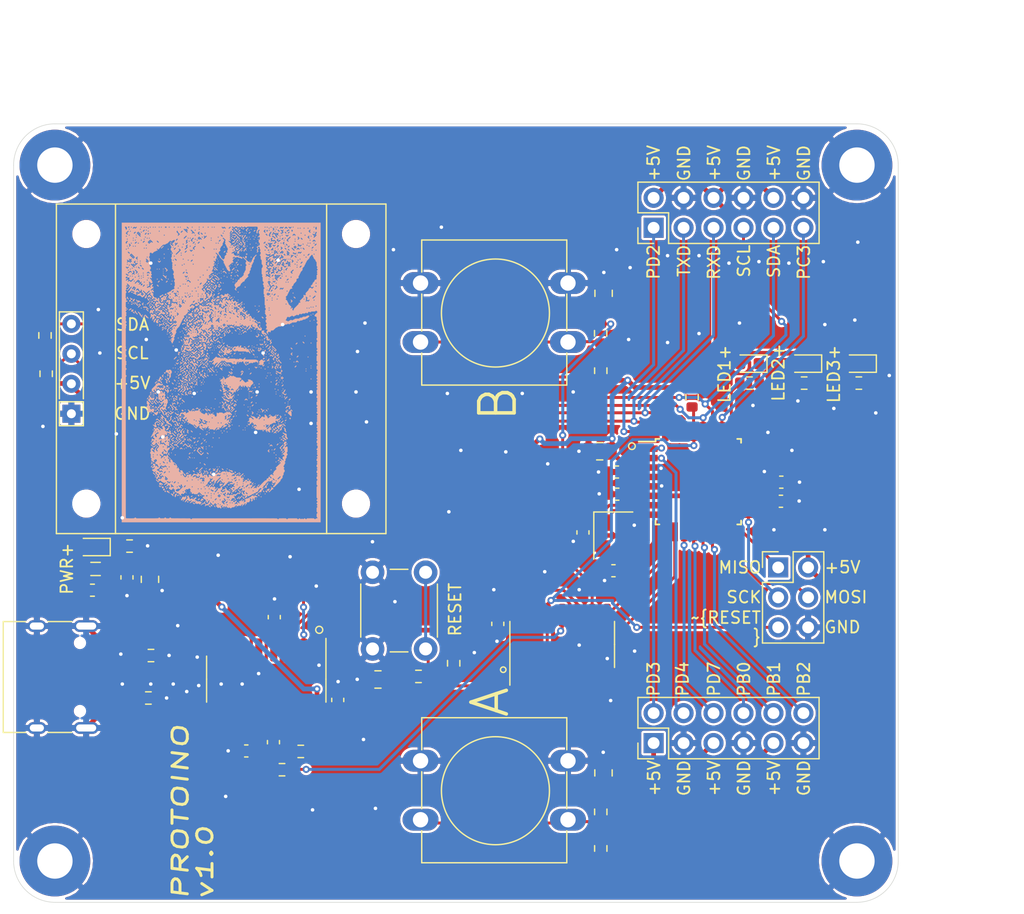
<source format=kicad_pcb>
(kicad_pcb (version 20171130) (host pcbnew "(5.1.10)-1")
  (layers (0 F.Cu signal) (31 B.Cu signal) (34 B.Paste user) (35 F.Paste user) (36 B.SilkS user) (37 F.SilkS user) (38 B.Mask user) (39 F.Mask user) (44 Edge.Cuts user))
  (net 0 "")
  (net 1 GND)
  (net 2 "Net-(C1-Pad1)")
  (net 3 +5V)
  (net 4 "Net-(C4-Pad1)")
  (net 5 OSC1)
  (net 6 OSC2)
  (net 7 "Net-(D1-Pad1)")
  (net 8 "Net-(F1-Pad2)")
  (net 9 "Net-(F1-Pad1)")
  (net 10 "Net-(J1-PadA5)")
  (net 11 D-)
  (net 12 D+)
  (net 13 "Net-(J1-PadB5)")
  (net 14 ~RESET)
  (net 15 MOSI)
  (net 16 SCK)
  (net 17 MISO)
  (net 18 SDA)
  (net 19 SCL)
  (net 20 TXD)
  (net 21 RXD)
  (net 22 DTR)
  (net 23 "Net-(C13-Pad1)")
  (net 24 "Net-(D2-Pad1)")
  (net 25 "Net-(D3-Pad1)")
  (net 26 "Net-(D4-Pad1)")
  (net 27 "Net-(R6-Pad1)")
  (net 28 "Net-(R11-Pad1)")
  (net 29 "Net-(R12-Pad1)")
  (net 30 LED1)
  (net 31 LED2)
  (net 32 LED3)
  (net 33 SW2)
  (net 34 SW1)
  (net 35 "Net-(U3-Pad10)")
  (net 36 "Net-(U3-Pad2)")
  (net 37 /IRES)
  (net 38 /S1)
  (net 39 /S2)
  (net 40 /IDTR)
  (net 41 PD2)
  (net 42 PC3)
  (net 43 PB2)
  (net 44 PB1)
  (net 45 PB0)
  (net 46 PD7)
  (net 47 PD4)
  (net 48 PD3)
  (module Protoino01_advanced:gagarin_portrait (layer B.Cu) (at 99.196201 89.1121)
    (fp_text reference G*** hide)
    (fp_text value LOGO hide)
  )
  (module Resistor_SMD:R_0603_1608Metric (layer F.Cu) (at 84.259201 85.9701 90)
    (fp_text reference R2 hide)
    (fp_text value 4.7K hide)
    (pad 2 smd roundrect (at 0.825 0 90) (size 0.8 0.95) (layers F.Cu F.Paste F.Mask) (net 18 SDA))
    (pad 1 smd roundrect (at -0.825 0 90) (size 0.8 0.95) (layers F.Cu F.Paste F.Mask) (net 3 +5V))
  )
  (module Connector_PinHeader_2.54mm:PinHeader_2x06_P2.54mm_Vertical (layer F.Cu) (at 135.859201 76.8441 90)
    (fp_text reference J4 hide)
    (fp_text value Conn_02x06_Odd_Even hide)
    (pad 12 thru_hole oval (at 2.54 12.7 90) (size 1.7 1.7) (drill 1) (layers *.Cu *.Mask) (net 1 GND))
    (pad 11 thru_hole oval (at 0 12.7 90) (size 1.7 1.7) (drill 1) (layers *.Cu *.Mask) (net 42 PC3))
    (pad 10 thru_hole oval (at 2.54 10.16 90) (size 1.7 1.7) (drill 1) (layers *.Cu *.Mask) (net 3 +5V))
    (pad 9 thru_hole oval (at 0 10.16 90) (size 1.7 1.7) (drill 1) (layers *.Cu *.Mask) (net 18 SDA))
    (pad 8 thru_hole oval (at 2.54 7.62 90) (size 1.7 1.7) (drill 1) (layers *.Cu *.Mask) (net 1 GND))
    (pad 7 thru_hole oval (at 0 7.62 90) (size 1.7 1.7) (drill 1) (layers *.Cu *.Mask) (net 19 SCL))
    (pad 6 thru_hole oval (at 2.54 5.08 90) (size 1.7 1.7) (drill 1) (layers *.Cu *.Mask) (net 3 +5V))
    (pad 5 thru_hole oval (at 0 5.08 90) (size 1.7 1.7) (drill 1) (layers *.Cu *.Mask) (net 21 RXD))
    (pad 4 thru_hole oval (at 2.54 2.54 90) (size 1.7 1.7) (drill 1) (layers *.Cu *.Mask) (net 1 GND))
    (pad 3 thru_hole oval (at 0 2.54 90) (size 1.7 1.7) (drill 1) (layers *.Cu *.Mask) (net 20 TXD))
    (pad 2 thru_hole oval (at 2.54 0 90) (size 1.7 1.7) (drill 1) (layers *.Cu *.Mask) (net 3 +5V))
    (pad 1 thru_hole rect (at 0 0 90) (size 1.7 1.7) (drill 1) (layers *.Cu *.Mask) (net 41 PD2))
  )
  (module Connector_PinHeader_2.54mm:PinHeader_2x06_P2.54mm_Vertical (layer F.Cu) (at 135.859201 120.5321 90)
    (fp_text reference J3 hide)
    (fp_text value Conn_02x06_Odd_Even hide)
    (pad 12 thru_hole oval (at 2.54 12.7 90) (size 1.7 1.7) (drill 1) (layers *.Cu *.Mask) (net 43 PB2))
    (pad 11 thru_hole oval (at 0 12.7 90) (size 1.7 1.7) (drill 1) (layers *.Cu *.Mask) (net 1 GND))
    (pad 10 thru_hole oval (at 2.54 10.16 90) (size 1.7 1.7) (drill 1) (layers *.Cu *.Mask) (net 44 PB1))
    (pad 9 thru_hole oval (at 0 10.16 90) (size 1.7 1.7) (drill 1) (layers *.Cu *.Mask) (net 3 +5V))
    (pad 8 thru_hole oval (at 2.54 7.62 90) (size 1.7 1.7) (drill 1) (layers *.Cu *.Mask) (net 45 PB0))
    (pad 7 thru_hole oval (at 0 7.62 90) (size 1.7 1.7) (drill 1) (layers *.Cu *.Mask) (net 1 GND))
    (pad 6 thru_hole oval (at 2.54 5.08 90) (size 1.7 1.7) (drill 1) (layers *.Cu *.Mask) (net 46 PD7))
    (pad 5 thru_hole oval (at 0 5.08 90) (size 1.7 1.7) (drill 1) (layers *.Cu *.Mask) (net 3 +5V))
    (pad 4 thru_hole oval (at 2.54 2.54 90) (size 1.7 1.7) (drill 1) (layers *.Cu *.Mask) (net 47 PD4))
    (pad 3 thru_hole oval (at 0 2.54 90) (size 1.7 1.7) (drill 1) (layers *.Cu *.Mask) (net 1 GND))
    (pad 2 thru_hole oval (at 2.54 0 90) (size 1.7 1.7) (drill 1) (layers *.Cu *.Mask) (net 48 PD3))
    (pad 1 thru_hole rect (at 0 0 90) (size 1.7 1.7) (drill 1) (layers *.Cu *.Mask) (net 3 +5V))
  )
  (module Capacitor_SMD:C_0603_1608Metric (layer F.Cu) (at 122.649201 110.4251 270)
    (fp_text reference C17 hide)
    (fp_text value 100nF hide)
    (pad 2 smd roundrect (at 0.775 0 270) (size 0.9 0.95) (layers F.Cu F.Paste F.Mask) (net 1 GND))
    (pad 1 smd roundrect (at -0.775 0 270) (size 0.9 0.95) (layers F.Cu F.Paste F.Mask) (net 3 +5V))
  )
  (module Package_SO:SOIC-14_3.9x8.7mm_P1.27mm (layer F.Cu) (at 128.109201 112.1701 90)
    (fp_text reference U3 hide)
    (fp_text value 74HC14 hide)
    (pad 14 smd roundrect (at 2.475 -3.81 90) (size 1.95 0.6) (layers F.Cu F.Paste F.Mask) (net 3 +5V))
    (pad 13 smd roundrect (at 2.475 -2.54 90) (size 1.95 0.6) (layers F.Cu F.Paste F.Mask) (net 35 "Net-(U3-Pad10)"))
    (pad 12 smd roundrect (at 2.475 -1.27 90) (size 1.95 0.6) (layers F.Cu F.Paste F.Mask) (net 14 ~RESET))
    (pad 11 smd roundrect (at 2.475 0 90) (size 1.95 0.6) (layers F.Cu F.Paste F.Mask) (net 40 /IDTR))
    (pad 10 smd roundrect (at 2.475 1.27 90) (size 1.95 0.6) (layers F.Cu F.Paste F.Mask) (net 35 "Net-(U3-Pad10)"))
    (pad 9 smd roundrect (at 2.475 2.54 90) (size 1.95 0.6) (layers F.Cu F.Paste F.Mask) (net 39 /S2))
    (pad 8 smd roundrect (at 2.475 3.81 90) (size 1.95 0.6) (layers F.Cu F.Paste F.Mask) (net 33 SW2))
    (pad 7 smd roundrect (at -2.475 3.81 90) (size 1.95 0.6) (layers F.Cu F.Paste F.Mask) (net 1 GND))
    (pad 6 smd roundrect (at -2.475 2.54 90) (size 1.95 0.6) (layers F.Cu F.Paste F.Mask) (net 34 SW1))
    (pad 5 smd roundrect (at -2.475 1.27 90) (size 1.95 0.6) (layers F.Cu F.Paste F.Mask) (net 38 /S1))
    (pad 4 smd roundrect (at -2.475 0 90) (size 1.95 0.6) (layers F.Cu F.Paste F.Mask) (net 14 ~RESET))
    (pad 3 smd roundrect (at -2.475 -1.27 90) (size 1.95 0.6) (layers F.Cu F.Paste F.Mask) (net 36 "Net-(U3-Pad2)"))
    (pad 2 smd roundrect (at -2.475 -2.54 90) (size 1.95 0.6) (layers F.Cu F.Paste F.Mask) (net 36 "Net-(U3-Pad2)"))
    (pad 1 smd roundrect (at -2.475 -3.81 90) (size 1.95 0.6) (layers F.Cu F.Paste F.Mask) (net 37 /IRES))
  )
  (module Button_Switch_THT:SW_PUSH-12mm (layer F.Cu) (at 116.099201 81.5301)
    (fp_text reference SW3 hide)
    (fp_text value SW2 hide)
    (pad 2 thru_hole oval (at 0 5) (size 3.048 1.85) (drill 1.3) (layers *.Cu *.Mask) (net 29 "Net-(R12-Pad1)"))
    (pad 1 thru_hole oval (at 0 0) (size 3.048 1.85) (drill 1.3) (layers *.Cu *.Mask) (net 1 GND))
    (pad 2 thru_hole oval (at 12.5 5) (size 3.048 1.85) (drill 1.3) (layers *.Cu *.Mask) (net 29 "Net-(R12-Pad1)"))
    (pad 1 thru_hole oval (at 12.5 0) (size 3.048 1.85) (drill 1.3) (layers *.Cu *.Mask) (net 1 GND))
  )
  (module Button_Switch_THT:SW_PUSH-12mm (layer F.Cu) (at 116.099201 122.0301)
    (fp_text reference SW2 hide)
    (fp_text value SW1 hide)
    (pad 2 thru_hole oval (at 0 5) (size 3.048 1.85) (drill 1.3) (layers *.Cu *.Mask) (net 28 "Net-(R11-Pad1)"))
    (pad 1 thru_hole oval (at 0 0) (size 3.048 1.85) (drill 1.3) (layers *.Cu *.Mask) (net 1 GND))
    (pad 2 thru_hole oval (at 12.5 5) (size 3.048 1.85) (drill 1.3) (layers *.Cu *.Mask) (net 28 "Net-(R11-Pad1)"))
    (pad 1 thru_hole oval (at 12.5 0) (size 3.048 1.85) (drill 1.3) (layers *.Cu *.Mask) (net 1 GND))
  )
  (module Button_Switch_THT:SW_PUSH_6mm (layer F.Cu) (at 112.029201 112.5501 90)
    (fp_text reference SW1 hide)
    (fp_text value RESET hide)
    (pad 1 thru_hole circle (at 6.5 0 180) (size 2 2) (drill 1.1) (layers *.Cu *.Mask) (net 1 GND))
    (pad 2 thru_hole circle (at 6.5 4.5 180) (size 2 2) (drill 1.1) (layers *.Cu *.Mask) (net 27 "Net-(R6-Pad1)"))
    (pad 1 thru_hole circle (at 0 0 180) (size 2 2) (drill 1.1) (layers *.Cu *.Mask) (net 1 GND))
    (pad 2 thru_hole circle (at 0 4.5 180) (size 2 2) (drill 1.1) (layers *.Cu *.Mask) (net 27 "Net-(R6-Pad1)"))
  )
  (module Resistor_SMD:R_0603_1608Metric (layer F.Cu) (at 153.258201 90.0121)
    (fp_text reference R17 hide)
    (fp_text value ?K hide)
    (pad 2 smd roundrect (at 0.825 0) (size 0.8 0.95) (layers F.Cu F.Paste F.Mask) (net 26 "Net-(D4-Pad1)"))
    (pad 1 smd roundrect (at -0.825 0) (size 0.8 0.95) (layers F.Cu F.Paste F.Mask) (net 32 LED3))
  )
  (module Resistor_SMD:R_0603_1608Metric (layer F.Cu) (at 148.622701 90.0121)
    (fp_text reference R16 hide)
    (fp_text value ?K hide)
    (pad 2 smd roundrect (at 0.825 0) (size 0.8 0.95) (layers F.Cu F.Paste F.Mask) (net 25 "Net-(D3-Pad1)"))
    (pad 1 smd roundrect (at -0.825 0) (size 0.8 0.95) (layers F.Cu F.Paste F.Mask) (net 31 LED2))
  )
  (module Resistor_SMD:R_0603_1608Metric (layer F.Cu) (at 143.987201 90.0121)
    (fp_text reference R15 hide)
    (fp_text value ?K hide)
    (pad 2 smd roundrect (at 0.825 0) (size 0.8 0.95) (layers F.Cu F.Paste F.Mask) (net 24 "Net-(D2-Pad1)"))
    (pad 1 smd roundrect (at -0.825 0) (size 0.8 0.95) (layers F.Cu F.Paste F.Mask) (net 30 LED1))
  )
  (module Resistor_SMD:R_0603_1608Metric (layer F.Cu) (at 131.369201 85.7901 90)
    (fp_text reference R14 hide)
    (fp_text value 10K hide)
    (pad 2 smd roundrect (at 0.825 0 90) (size 0.8 0.95) (layers F.Cu F.Paste F.Mask) (net 39 /S2))
    (pad 1 smd roundrect (at -0.825 0 90) (size 0.8 0.95) (layers F.Cu F.Paste F.Mask) (net 29 "Net-(R12-Pad1)"))
  )
  (module Resistor_SMD:R_0603_1608Metric (layer F.Cu) (at 131.379201 126.3651 90)
    (fp_text reference R13 hide)
    (fp_text value 10K hide)
    (pad 2 smd roundrect (at 0.825 0 90) (size 0.8 0.95) (layers F.Cu F.Paste F.Mask) (net 38 /S1))
    (pad 1 smd roundrect (at -0.825 0 90) (size 0.8 0.95) (layers F.Cu F.Paste F.Mask) (net 28 "Net-(R11-Pad1)"))
  )
  (module Resistor_SMD:R_0603_1608Metric (layer F.Cu) (at 131.379201 88.9601 270)
    (fp_text reference R12 hide)
    (fp_text value 10K hide)
    (pad 2 smd roundrect (at 0.825 0 270) (size 0.8 0.95) (layers F.Cu F.Paste F.Mask) (net 3 +5V))
    (pad 1 smd roundrect (at -0.825 0 270) (size 0.8 0.95) (layers F.Cu F.Paste F.Mask) (net 29 "Net-(R12-Pad1)"))
  )
  (module Resistor_SMD:R_0603_1608Metric (layer F.Cu) (at 131.379201 129.4651 270)
    (fp_text reference R11 hide)
    (fp_text value 10K hide)
    (pad 2 smd roundrect (at 0.825 0 270) (size 0.8 0.95) (layers F.Cu F.Paste F.Mask) (net 3 +5V))
    (pad 1 smd roundrect (at -0.825 0 270) (size 0.8 0.95) (layers F.Cu F.Paste F.Mask) (net 28 "Net-(R11-Pad1)"))
  )
  (module Resistor_SMD:R_0603_1608Metric (layer F.Cu) (at 104.354201 122.7901)
    (fp_text reference R10 hide)
    (fp_text value 100R hide)
    (pad 2 smd roundrect (at 0.825 0) (size 0.8 0.95) (layers F.Cu F.Paste F.Mask) (net 40 /IDTR))
    (pad 1 smd roundrect (at -0.825 0) (size 0.8 0.95) (layers F.Cu F.Paste F.Mask) (net 23 "Net-(C13-Pad1)"))
  )
  (module Resistor_SMD:R_0603_1608Metric (layer F.Cu) (at 105.944201 121.2401)
    (fp_text reference R9 hide)
    (fp_text value 10K hide)
    (pad 2 smd roundrect (at 0.825 0) (size 0.8 0.95) (layers F.Cu F.Paste F.Mask) (net 3 +5V))
    (pad 1 smd roundrect (at -0.825 0) (size 0.8 0.95) (layers F.Cu F.Paste F.Mask) (net 23 "Net-(C13-Pad1)"))
  )
  (module Resistor_SMD:R_0603_1608Metric (layer F.Cu) (at 115.924201 114.8801 180)
    (fp_text reference R8 hide)
    (fp_text value 10K hide)
    (pad 2 smd roundrect (at 0.825 0 180) (size 0.8 0.95) (layers F.Cu F.Paste F.Mask) (net 37 /IRES))
    (pad 1 smd roundrect (at -0.825 0 180) (size 0.8 0.95) (layers F.Cu F.Paste F.Mask) (net 27 "Net-(R6-Pad1)"))
  )
  (module Resistor_SMD:R_0603_1608Metric (layer F.Cu) (at 139.119201 91.2101 90)
    (fp_text reference R7 hide)
    (fp_text value 10K hide)
    (pad 2 smd roundrect (at 0.825 0 90) (size 0.8 0.95) (layers F.Cu F.Paste F.Mask) (net 3 +5V))
    (pad 1 smd roundrect (at -0.825 0 90) (size 0.8 0.95) (layers F.Cu F.Paste F.Mask) (net 14 ~RESET))
  )
  (module Resistor_SMD:R_0603_1608Metric (layer F.Cu) (at 118.909201 113.7651 90)
    (fp_text reference R6 hide)
    (fp_text value 10K hide)
    (pad 2 smd roundrect (at 0.825 0 90) (size 0.8 0.95) (layers F.Cu F.Paste F.Mask) (net 3 +5V))
    (pad 1 smd roundrect (at -0.825 0 90) (size 0.8 0.95) (layers F.Cu F.Paste F.Mask) (net 27 "Net-(R6-Pad1)"))
  )
  (module LED_SMD:LED_0603_1608Metric (layer F.Cu) (at 153.258201 88.3611 180)
    (fp_text reference D4 hide)
    (fp_text value LED_Green hide)
    (pad 2 smd roundrect (at 0.7875 0 180) (size 0.875 0.95) (layers F.Cu F.Paste F.Mask) (net 3 +5V))
    (pad 1 smd roundrect (at -0.7875 0 180) (size 0.875 0.95) (layers F.Cu F.Paste F.Mask) (net 26 "Net-(D4-Pad1)"))
  )
  (module LED_SMD:LED_0603_1608Metric (layer F.Cu) (at 148.622701 88.3611 180)
    (fp_text reference D3 hide)
    (fp_text value LED_Yellow hide)
    (pad 2 smd roundrect (at 0.7875 0 180) (size 0.875 0.95) (layers F.Cu F.Paste F.Mask) (net 3 +5V))
    (pad 1 smd roundrect (at -0.7875 0 180) (size 0.875 0.95) (layers F.Cu F.Paste F.Mask) (net 25 "Net-(D3-Pad1)"))
  )
  (module LED_SMD:LED_0603_1608Metric (layer F.Cu) (at 143.987201 88.3611 180)
    (fp_text reference D2 hide)
    (fp_text value LED_RED hide)
    (pad 2 smd roundrect (at 0.7875 0 180) (size 0.875 0.95) (layers F.Cu F.Paste F.Mask) (net 3 +5V))
    (pad 1 smd roundrect (at -0.7875 0 180) (size 0.875 0.95) (layers F.Cu F.Paste F.Mask) (net 24 "Net-(D2-Pad1)"))
  )
  (module Capacitor_SMD:C_0805_2012Metric (layer F.Cu) (at 131.619201 82.4001 90)
    (fp_text reference C16 hide)
    (fp_text value 10uF hide)
    (pad 2 smd roundrect (at 0.95 0 90) (size 1 1.45) (layers F.Cu F.Paste F.Mask) (net 1 GND))
    (pad 1 smd roundrect (at -0.95 0 90) (size 1 1.45) (layers F.Cu F.Paste F.Mask) (net 39 /S2))
  )
  (module Capacitor_SMD:C_0805_2012Metric (layer F.Cu) (at 131.609201 123.0601 90)
    (fp_text reference C15 hide)
    (fp_text value 10uF hide)
    (pad 2 smd roundrect (at 0.95 0 90) (size 1 1.45) (layers F.Cu F.Paste F.Mask) (net 1 GND))
    (pad 1 smd roundrect (at -0.95 0 90) (size 1 1.45) (layers F.Cu F.Paste F.Mask) (net 38 /S1))
  )
  (module Capacitor_SMD:C_0603_1608Metric (layer F.Cu) (at 101.324201 121.2001)
    (fp_text reference C14 hide)
    (fp_text value 1uF hide)
    (pad 2 smd roundrect (at 0.775 0) (size 0.9 0.95) (layers F.Cu F.Paste F.Mask) (net 23 "Net-(C13-Pad1)"))
    (pad 1 smd roundrect (at -0.775 0) (size 0.9 0.95) (layers F.Cu F.Paste F.Mask) (net 1 GND))
  )
  (module Capacitor_SMD:C_0603_1608Metric (layer F.Cu) (at 103.629201 120.4551 90)
    (fp_text reference C13 hide)
    (fp_text value 1uF hide)
    (pad 2 smd roundrect (at 0.775 0 90) (size 0.9 0.95) (layers F.Cu F.Paste F.Mask) (net 22 DTR))
    (pad 1 smd roundrect (at -0.775 0 90) (size 0.9 0.95) (layers F.Cu F.Paste F.Mask) (net 23 "Net-(C13-Pad1)"))
  )
  (module Capacitor_SMD:C_0805_2012Metric (layer F.Cu) (at 112.489201 115.1401 180)
    (fp_text reference C12 hide)
    (fp_text value 10uF hide)
    (pad 2 smd roundrect (at 0.95 0 180) (size 1 1.45) (layers F.Cu F.Paste F.Mask) (net 1 GND))
    (pad 1 smd roundrect (at -0.95 0 180) (size 1 1.45) (layers F.Cu F.Paste F.Mask) (net 37 /IRES))
  )
  (module Crystal:Crystal_SMD_3225-4Pin_3.2x2.5mm (layer F.Cu) (at 132.439201 102.9401 270)
    (fp_text reference Y1 hide)
    (fp_text value 16MHz hide)
    (pad 4 smd rect (at -1.1 -0.85 270) (size 1.4 1.2) (layers F.Cu F.Paste F.Mask) (net 1 GND))
    (pad 3 smd rect (at 1.1 -0.85 270) (size 1.4 1.2) (layers F.Cu F.Paste F.Mask) (net 6 OSC2))
    (pad 2 smd rect (at 1.1 0.85 270) (size 1.4 1.2) (layers F.Cu F.Paste F.Mask) (net 1 GND))
    (pad 1 smd rect (at -1.1 0.85 270) (size 1.4 1.2) (layers F.Cu F.Paste F.Mask) (net 5 OSC1))
  )
  (module Package_SO:SOIC-16_3.9x9.9mm_P1.27mm (layer F.Cu) (at 103.019201 115.1101 270)
    (fp_text reference U2 hide)
    (fp_text value CH340C hide)
    (pad 16 smd roundrect (at 2.475 -4.445 270) (size 1.95 0.6) (layers F.Cu F.Paste F.Mask) (net 3 +5V))
    (pad 15 smd roundrect (at 2.475 -3.175 270) (size 1.95 0.6) (layers F.Cu F.Paste F.Mask))
    (pad 14 smd roundrect (at 2.475 -1.905 270) (size 1.95 0.6) (layers F.Cu F.Paste F.Mask))
    (pad 13 smd roundrect (at 2.475 -0.635 270) (size 1.95 0.6) (layers F.Cu F.Paste F.Mask) (net 22 DTR))
    (pad 12 smd roundrect (at 2.475 0.635 270) (size 1.95 0.6) (layers F.Cu F.Paste F.Mask))
    (pad 11 smd roundrect (at 2.475 1.905 270) (size 1.95 0.6) (layers F.Cu F.Paste F.Mask))
    (pad 10 smd roundrect (at 2.475 3.175 270) (size 1.95 0.6) (layers F.Cu F.Paste F.Mask))
    (pad 9 smd roundrect (at 2.475 4.445 270) (size 1.95 0.6) (layers F.Cu F.Paste F.Mask))
    (pad 8 smd roundrect (at -2.475 4.445 270) (size 1.95 0.6) (layers F.Cu F.Paste F.Mask))
    (pad 7 smd roundrect (at -2.475 3.175 270) (size 1.95 0.6) (layers F.Cu F.Paste F.Mask))
    (pad 6 smd roundrect (at -2.475 1.905 270) (size 1.95 0.6) (layers F.Cu F.Paste F.Mask) (net 11 D-))
    (pad 5 smd roundrect (at -2.475 0.635 270) (size 1.95 0.6) (layers F.Cu F.Paste F.Mask) (net 12 D+))
    (pad 4 smd roundrect (at -2.475 -0.635 270) (size 1.95 0.6) (layers F.Cu F.Paste F.Mask) (net 4 "Net-(C4-Pad1)"))
    (pad 3 smd roundrect (at -2.475 -1.905 270) (size 1.95 0.6) (layers F.Cu F.Paste F.Mask) (net 20 TXD))
    (pad 2 smd roundrect (at -2.475 -3.175 270) (size 1.95 0.6) (layers F.Cu F.Paste F.Mask) (net 21 RXD))
    (pad 1 smd roundrect (at -2.475 -4.445 270) (size 1.95 0.6) (layers F.Cu F.Paste F.Mask) (net 1 GND))
  )
  (module Package_QFP:TQFP-32_7x7mm_P0.8mm (layer F.Cu) (at 139.649201 98.3701)
    (fp_text reference U1 hide)
    (fp_text value ATmega328P-AU hide)
    (pad 32 smd rect (at -2.8 -4.25 90) (size 1.6 0.55) (layers F.Cu F.Paste F.Mask) (net 41 PD2))
    (pad 31 smd rect (at -2 -4.25 90) (size 1.6 0.55) (layers F.Cu F.Paste F.Mask) (net 20 TXD))
    (pad 30 smd rect (at -1.2 -4.25 90) (size 1.6 0.55) (layers F.Cu F.Paste F.Mask) (net 21 RXD))
    (pad 29 smd rect (at -0.4 -4.25 90) (size 1.6 0.55) (layers F.Cu F.Paste F.Mask) (net 14 ~RESET))
    (pad 28 smd rect (at 0.4 -4.25 90) (size 1.6 0.55) (layers F.Cu F.Paste F.Mask) (net 19 SCL))
    (pad 27 smd rect (at 1.2 -4.25 90) (size 1.6 0.55) (layers F.Cu F.Paste F.Mask) (net 18 SDA))
    (pad 26 smd rect (at 2 -4.25 90) (size 1.6 0.55) (layers F.Cu F.Paste F.Mask) (net 42 PC3))
    (pad 25 smd rect (at 2.8 -4.25 90) (size 1.6 0.55) (layers F.Cu F.Paste F.Mask) (net 30 LED1))
    (pad 24 smd rect (at 4.25 -2.8) (size 1.6 0.55) (layers F.Cu F.Paste F.Mask) (net 31 LED2))
    (pad 23 smd rect (at 4.25 -2) (size 1.6 0.55) (layers F.Cu F.Paste F.Mask) (net 32 LED3))
    (pad 22 smd rect (at 4.25 -1.2) (size 1.6 0.55) (layers F.Cu F.Paste F.Mask))
    (pad 21 smd rect (at 4.25 -0.4) (size 1.6 0.55) (layers F.Cu F.Paste F.Mask) (net 1 GND))
    (pad 20 smd rect (at 4.25 0.4) (size 1.6 0.55) (layers F.Cu F.Paste F.Mask) (net 2 "Net-(C1-Pad1)"))
    (pad 19 smd rect (at 4.25 1.2) (size 1.6 0.55) (layers F.Cu F.Paste F.Mask))
    (pad 18 smd rect (at 4.25 2) (size 1.6 0.55) (layers F.Cu F.Paste F.Mask) (net 3 +5V))
    (pad 17 smd rect (at 4.25 2.8) (size 1.6 0.55) (layers F.Cu F.Paste F.Mask) (net 16 SCK))
    (pad 16 smd rect (at 2.8 4.25 90) (size 1.6 0.55) (layers F.Cu F.Paste F.Mask) (net 17 MISO))
    (pad 15 smd rect (at 2 4.25 90) (size 1.6 0.55) (layers F.Cu F.Paste F.Mask) (net 15 MOSI))
    (pad 14 smd rect (at 1.2 4.25 90) (size 1.6 0.55) (layers F.Cu F.Paste F.Mask) (net 43 PB2))
    (pad 13 smd rect (at 0.4 4.25 90) (size 1.6 0.55) (layers F.Cu F.Paste F.Mask) (net 44 PB1))
    (pad 12 smd rect (at -0.4 4.25 90) (size 1.6 0.55) (layers F.Cu F.Paste F.Mask) (net 45 PB0))
    (pad 11 smd rect (at -1.2 4.25 90) (size 1.6 0.55) (layers F.Cu F.Paste F.Mask) (net 46 PD7))
    (pad 10 smd rect (at -2 4.25 90) (size 1.6 0.55) (layers F.Cu F.Paste F.Mask) (net 34 SW1))
    (pad 9 smd rect (at -2.8 4.25 90) (size 1.6 0.55) (layers F.Cu F.Paste F.Mask) (net 33 SW2))
    (pad 8 smd rect (at -4.25 2.8) (size 1.6 0.55) (layers F.Cu F.Paste F.Mask) (net 6 OSC2))
    (pad 7 smd rect (at -4.25 2) (size 1.6 0.55) (layers F.Cu F.Paste F.Mask) (net 5 OSC1))
    (pad 6 smd rect (at -4.25 1.2) (size 1.6 0.55) (layers F.Cu F.Paste F.Mask) (net 3 +5V))
    (pad 5 smd rect (at -4.25 0.4) (size 1.6 0.55) (layers F.Cu F.Paste F.Mask) (net 1 GND))
    (pad 4 smd rect (at -4.25 -0.4) (size 1.6 0.55) (layers F.Cu F.Paste F.Mask) (net 3 +5V))
    (pad 3 smd rect (at -4.25 -1.2) (size 1.6 0.55) (layers F.Cu F.Paste F.Mask) (net 1 GND))
    (pad 2 smd rect (at -4.25 -2) (size 1.6 0.55) (layers F.Cu F.Paste F.Mask) (net 47 PD4))
    (pad 1 smd rect (at -4.25 -2.8) (size 1.6 0.55) (layers F.Cu F.Paste F.Mask) (net 48 PD3))
  )
  (module Resistor_SMD:R_0603_1608Metric (layer F.Cu) (at 91.429201 103.8301 180)
    (fp_text reference R5 hide)
    (fp_text value 2.2K hide)
    (pad 2 smd roundrect (at 0.825 0 180) (size 0.8 0.95) (layers F.Cu F.Paste F.Mask) (net 7 "Net-(D1-Pad1)"))
    (pad 1 smd roundrect (at -0.825 0 180) (size 0.8 0.95) (layers F.Cu F.Paste F.Mask) (net 1 GND))
  )
  (module Resistor_SMD:R_0603_1608Metric (layer F.Cu) (at 93.024201 116.7101 180)
    (fp_text reference R4 hide)
    (fp_text value 5.1K hide)
    (pad 2 smd roundrect (at 0.825 0 180) (size 0.8 0.95) (layers F.Cu F.Paste F.Mask) (net 13 "Net-(J1-PadB5)"))
    (pad 1 smd roundrect (at -0.825 0 180) (size 0.8 0.95) (layers F.Cu F.Paste F.Mask) (net 1 GND))
  )
  (module Resistor_SMD:R_0603_1608Metric (layer F.Cu) (at 93.244201 113.1101 180)
    (fp_text reference R3 hide)
    (fp_text value 5.1K hide)
    (pad 2 smd roundrect (at 0.825 0 180) (size 0.8 0.95) (layers F.Cu F.Paste F.Mask) (net 10 "Net-(J1-PadA5)"))
    (pad 1 smd roundrect (at -0.825 0 180) (size 0.8 0.95) (layers F.Cu F.Paste F.Mask) (net 1 GND))
  )
  (module Resistor_SMD:R_0603_1608Metric (layer F.Cu) (at 84.359201 89.2201 90)
    (fp_text reference R1 hide)
    (fp_text value 4.7K hide)
    (pad 2 smd roundrect (at 0.825 0 90) (size 0.8 0.95) (layers F.Cu F.Paste F.Mask) (net 19 SCL))
    (pad 1 smd roundrect (at -0.825 0 90) (size 0.8 0.95) (layers F.Cu F.Paste F.Mask) (net 3 +5V))
  )
  (module IU10b:OLED_I2C_128x64 (layer F.Cu) (at 89.036201 90.0701 90)
    (fp_text reference OLED1 hide)
    (fp_text value I2C_OLED_128x64 hide)
    (pad "" np_thru_hole circle (at -10.16 21.59 90) (size 2 2) (drill 2) (layers *.Cu *.Mask))
    (pad "" np_thru_hole circle (at 12.7 21.59 90) (size 2 2) (drill 2) (layers *.Cu *.Mask))
    (pad "" np_thru_hole circle (at 12.7 -1.27 90) (size 2 2) (drill 2) (layers *.Cu *.Mask))
    (pad "" np_thru_hole circle (at -10.16 -1.27 90) (size 2 2) (drill 2) (layers *.Cu *.Mask))
    (pad 4 thru_hole circle (at 5.08 -2.54 90) (size 1.524 1.524) (drill 0.762) (layers *.Cu *.Mask) (net 18 SDA))
    (pad 3 thru_hole circle (at 2.54 -2.54 90) (size 1.524 1.524) (drill 0.762) (layers *.Cu *.Mask) (net 19 SCL))
    (pad 2 thru_hole circle (at 0 -2.54 90) (size 1.524 1.524) (drill 0.762) (layers *.Cu *.Mask) (net 3 +5V))
    (pad 1 thru_hole rect (at -2.54 -2.54 90) (size 1.524 1.524) (drill 0.762) (layers *.Cu *.Mask) (net 1 GND))
  )
  (module Connector_PinHeader_2.54mm:PinHeader_2x03_P2.54mm_Vertical (layer F.Cu) (at 146.419201 105.6401)
    (fp_text reference J2 hide)
    (fp_text value ICSP hide)
    (pad 6 thru_hole oval (at 2.54 5.08) (size 1.7 1.7) (drill 1) (layers *.Cu *.Mask) (net 1 GND))
    (pad 5 thru_hole oval (at 0 5.08) (size 1.7 1.7) (drill 1) (layers *.Cu *.Mask) (net 14 ~RESET))
    (pad 4 thru_hole oval (at 2.54 2.54) (size 1.7 1.7) (drill 1) (layers *.Cu *.Mask) (net 15 MOSI))
    (pad 3 thru_hole oval (at 0 2.54) (size 1.7 1.7) (drill 1) (layers *.Cu *.Mask) (net 16 SCK))
    (pad 2 thru_hole oval (at 2.54 0) (size 1.7 1.7) (drill 1) (layers *.Cu *.Mask) (net 3 +5V))
    (pad 1 thru_hole rect (at 0 0) (size 1.7 1.7) (drill 1) (layers *.Cu *.Mask) (net 17 MISO))
  )
  (module Connector_USB:USB_C_Receptacle_HRO_TYPE-C-31-M-12 (layer F.Cu) (at 84.619201 114.9301 270)
    (fp_text reference J1 hide)
    (fp_text value USB_C_Receptacle_USB2.0 hide)
    (pad B1 smd rect (at 3.25 -4.045 270) (size 0.6 1.45) (layers F.Cu F.Paste F.Mask) (net 1 GND))
    (pad A9 smd rect (at 2.45 -4.045 270) (size 0.6 1.45) (layers F.Cu F.Paste F.Mask) (net 8 "Net-(F1-Pad2)"))
    (pad B9 smd rect (at -2.45 -4.045 270) (size 0.6 1.45) (layers F.Cu F.Paste F.Mask) (net 8 "Net-(F1-Pad2)"))
    (pad B12 smd rect (at -3.25 -4.045 270) (size 0.6 1.45) (layers F.Cu F.Paste F.Mask) (net 1 GND))
    (pad A1 smd rect (at -3.25 -4.045 270) (size 0.6 1.45) (layers F.Cu F.Paste F.Mask) (net 1 GND))
    (pad A4 smd rect (at -2.45 -4.045 270) (size 0.6 1.45) (layers F.Cu F.Paste F.Mask) (net 8 "Net-(F1-Pad2)"))
    (pad B4 smd rect (at 2.45 -4.045 270) (size 0.6 1.45) (layers F.Cu F.Paste F.Mask) (net 8 "Net-(F1-Pad2)"))
    (pad A12 smd rect (at 3.25 -4.045 270) (size 0.6 1.45) (layers F.Cu F.Paste F.Mask) (net 1 GND))
    (pad B8 smd rect (at -1.75 -4.045 270) (size 0.3 1.45) (layers F.Cu F.Paste F.Mask))
    (pad A5 smd rect (at -1.25 -4.045 270) (size 0.3 1.45) (layers F.Cu F.Paste F.Mask) (net 10 "Net-(J1-PadA5)"))
    (pad B7 smd rect (at -0.75 -4.045 270) (size 0.3 1.45) (layers F.Cu F.Paste F.Mask) (net 11 D-))
    (pad A7 smd rect (at 0.25 -4.045 270) (size 0.3 1.45) (layers F.Cu F.Paste F.Mask) (net 11 D-))
    (pad B6 smd rect (at 0.75 -4.045 270) (size 0.3 1.45) (layers F.Cu F.Paste F.Mask) (net 12 D+))
    (pad A8 smd rect (at 1.25 -4.045 270) (size 0.3 1.45) (layers F.Cu F.Paste F.Mask))
    (pad B5 smd rect (at 1.75 -4.045 270) (size 0.3 1.45) (layers F.Cu F.Paste F.Mask) (net 13 "Net-(J1-PadB5)"))
    (pad A6 smd rect (at -0.25 -4.045 270) (size 0.3 1.45) (layers F.Cu F.Paste F.Mask) (net 12 D+))
    (pad S1 thru_hole oval (at 4.32 -3.13 270) (size 1 2.1) (drill oval 0.6 1.7) (layers *.Cu *.Mask) (net 1 GND))
    (pad S1 thru_hole oval (at -4.32 -3.13 270) (size 1 2.1) (drill oval 0.6 1.7) (layers *.Cu *.Mask) (net 1 GND))
    (pad "" np_thru_hole circle (at -2.89 -2.6 270) (size 0.65 0.65) (drill 0.65) (layers *.Cu *.Mask))
    (pad S1 thru_hole oval (at -4.32 1.05 270) (size 1 1.6) (drill oval 0.6 1.2) (layers *.Cu *.Mask) (net 1 GND))
    (pad "" np_thru_hole circle (at 2.89 -2.6 270) (size 0.65 0.65) (drill 0.65) (layers *.Cu *.Mask))
    (pad S1 thru_hole oval (at 4.32 1.05 270) (size 1 1.6) (drill oval 0.6 1.2) (layers *.Cu *.Mask) (net 1 GND))
  )
  (module MountingHole:MountingHole_3mm_Pad (layer F.Cu) (at 85.099201 71.5301)
    (fp_text reference H4 hide)
    (fp_text value MountingHole_Pad hide)
    (pad 1 thru_hole circle (at 0 0) (size 6 6) (drill 3) (layers *.Cu *.Mask) (net 1 GND))
  )
  (module MountingHole:MountingHole_3mm_Pad (layer F.Cu) (at 153.099201 130.5301)
    (fp_text reference H3 hide)
    (fp_text value MountingHole_Pad hide)
    (pad 1 thru_hole circle (at 0 0) (size 6 6) (drill 3) (layers *.Cu *.Mask) (net 1 GND))
  )
  (module MountingHole:MountingHole_3mm_Pad (layer F.Cu) (at 153.099201 71.5301)
    (fp_text reference H2 hide)
    (fp_text value MountingHole_Pad hide)
    (pad 1 thru_hole circle (at 0 0) (size 6 6) (drill 3) (layers *.Cu *.Mask) (net 1 GND))
  )
  (module MountingHole:MountingHole_3mm_Pad (layer F.Cu) (at 85.099201 130.5301)
    (fp_text reference H1 hide)
    (fp_text value MountingHole_Pad hide)
    (pad 1 thru_hole circle (at 0 0) (size 6 6) (drill 3) (layers *.Cu *.Mask) (net 1 GND))
  )
  (module Inductor_SMD:L_0805_2012Metric (layer F.Cu) (at 88.546701 105.7701 180)
    (fp_text reference FB1 hide)
    (fp_text value Ferrite_Bead_Small hide)
    (pad 2 smd roundrect (at 1.0625 0 180) (size 0.875 1.2) (layers F.Cu F.Paste F.Mask) (net 9 "Net-(F1-Pad1)"))
    (pad 1 smd roundrect (at -1.0625 0 180) (size 0.875 1.2) (layers F.Cu F.Paste F.Mask) (net 3 +5V))
  )
  (module Fuse:Fuse_0603_1608Metric (layer F.Cu) (at 88.281701 107.5701)
    (fp_text reference F1 hide)
    (fp_text value 700mA hide)
    (pad 2 smd roundrect (at 0.7875 0) (size 0.875 0.95) (layers F.Cu F.Paste F.Mask) (net 8 "Net-(F1-Pad2)"))
    (pad 1 smd roundrect (at -0.7875 0) (size 0.875 0.95) (layers F.Cu F.Paste F.Mask) (net 9 "Net-(F1-Pad1)"))
  )
  (module LED_SMD:LED_0603_1608Metric (layer F.Cu) (at 88.306701 103.9101 180)
    (fp_text reference D1 hide)
    (fp_text value PWR_Blue hide)
    (pad 2 smd roundrect (at 0.7875 0 180) (size 0.875 0.95) (layers F.Cu F.Paste F.Mask) (net 3 +5V))
    (pad 1 smd roundrect (at -0.7875 0 180) (size 0.875 0.95) (layers F.Cu F.Paste F.Mask) (net 7 "Net-(D1-Pad1)"))
  )
  (module Capacitor_SMD:C_0603_1608Metric (layer F.Cu) (at 132.744201 97.5501 180)
    (fp_text reference C11 hide)
    (fp_text value 100nF hide)
    (pad 2 smd roundrect (at 0.775 0 180) (size 0.9 0.95) (layers F.Cu F.Paste F.Mask) (net 1 GND))
    (pad 1 smd roundrect (at -0.775 0 180) (size 0.9 0.95) (layers F.Cu F.Paste F.Mask) (net 3 +5V))
  )
  (module Capacitor_SMD:C_0603_1608Metric (layer F.Cu) (at 146.654201 100.0301)
    (fp_text reference C10 hide)
    (fp_text value 100nF hide)
    (pad 2 smd roundrect (at 0.775 0) (size 0.9 0.95) (layers F.Cu F.Paste F.Mask) (net 1 GND))
    (pad 1 smd roundrect (at -0.775 0) (size 0.9 0.95) (layers F.Cu F.Paste F.Mask) (net 3 +5V))
  )
  (module Capacitor_SMD:C_0603_1608Metric (layer F.Cu) (at 109.079201 116.8751 90)
    (fp_text reference C9 hide)
    (fp_text value 100nF hide)
    (pad 2 smd roundrect (at 0.775 0 90) (size 0.9 0.95) (layers F.Cu F.Paste F.Mask) (net 1 GND))
    (pad 1 smd roundrect (at -0.775 0 90) (size 0.9 0.95) (layers F.Cu F.Paste F.Mask) (net 3 +5V))
  )
  (module Capacitor_SMD:C_0805_2012Metric (layer F.Cu) (at 131.289201 95.7901 180)
    (fp_text reference C8 hide)
    (fp_text value 10uF hide)
    (pad 2 smd roundrect (at 0.95 0 180) (size 1 1.45) (layers F.Cu F.Paste F.Mask) (net 1 GND))
    (pad 1 smd roundrect (at -0.95 0 180) (size 1 1.45) (layers F.Cu F.Paste F.Mask) (net 3 +5V))
  )
  (module Capacitor_SMD:C_0603_1608Metric (layer F.Cu) (at 132.774201 99.4301 180)
    (fp_text reference C7 hide)
    (fp_text value 100nF hide)
    (pad 2 smd roundrect (at 0.775 0 180) (size 0.9 0.95) (layers F.Cu F.Paste F.Mask) (net 1 GND))
    (pad 1 smd roundrect (at -0.775 0 180) (size 0.9 0.95) (layers F.Cu F.Paste F.Mask) (net 3 +5V))
  )
  (module Capacitor_SMD:C_0603_1608Metric (layer F.Cu) (at 132.454201 105.9201 180)
    (fp_text reference C6 hide)
    (fp_text value 15pF hide)
    (pad 2 smd roundrect (at 0.775 0 180) (size 0.9 0.95) (layers F.Cu F.Paste F.Mask) (net 1 GND))
    (pad 1 smd roundrect (at -0.775 0 180) (size 0.9 0.95) (layers F.Cu F.Paste F.Mask) (net 6 OSC2))
  )
  (module Capacitor_SMD:C_0603_1608Metric (layer F.Cu) (at 129.869201 102.6751 270)
    (fp_text reference C5 hide)
    (fp_text value 15pF hide)
    (pad 2 smd roundrect (at 0.775 0 270) (size 0.9 0.95) (layers F.Cu F.Paste F.Mask) (net 1 GND))
    (pad 1 smd roundrect (at -0.775 0 270) (size 0.9 0.95) (layers F.Cu F.Paste F.Mask) (net 5 OSC1))
  )
  (module Capacitor_SMD:C_0603_1608Metric (layer F.Cu) (at 103.699201 109.8551 90)
    (fp_text reference C4 hide)
    (fp_text value 100nF hide)
    (pad 2 smd roundrect (at 0.775 0 90) (size 0.9 0.95) (layers F.Cu F.Paste F.Mask) (net 1 GND))
    (pad 1 smd roundrect (at -0.775 0 90) (size 0.9 0.95) (layers F.Cu F.Paste F.Mask) (net 4 "Net-(C4-Pad1)"))
  )
  (module Capacitor_SMD:C_0805_2012Metric (layer F.Cu) (at 93.159201 106.6501 270)
    (fp_text reference C3 hide)
    (fp_text value 10uF hide)
    (pad 2 smd roundrect (at 0.95 0 270) (size 1 1.45) (layers F.Cu F.Paste F.Mask) (net 1 GND))
    (pad 1 smd roundrect (at -0.95 0 270) (size 1 1.45) (layers F.Cu F.Paste F.Mask) (net 3 +5V))
  )
  (module Capacitor_SMD:C_0603_1608Metric (layer F.Cu) (at 91.209201 106.4851 270)
    (fp_text reference C2 hide)
    (fp_text value 100nF hide)
    (pad 2 smd roundrect (at 0.775 0 270) (size 0.9 0.95) (layers F.Cu F.Paste F.Mask) (net 1 GND))
    (pad 1 smd roundrect (at -0.775 0 270) (size 0.9 0.95) (layers F.Cu F.Paste F.Mask) (net 3 +5V))
  )
  (module Capacitor_SMD:C_0603_1608Metric (layer F.Cu) (at 146.684201 98.4101)
    (fp_text reference C1 hide)
    (fp_text value 100nF hide)
    (pad 2 smd roundrect (at 0.775 0) (size 0.9 0.95) (layers F.Cu F.Paste F.Mask) (net 1 GND))
    (pad 1 smd roundrect (at -0.775 0) (size 0.9 0.95) (layers F.Cu F.Paste F.Mask) (net 2 "Net-(C1-Pad1)"))
  )
  (gr_text "PROTOINO\nv1.0" (at 96.783201 133.9431 90) (layer F.SilkS) (effects (font (size 1.3 2) (thickness 0.25) italic) (justify left)))
  (gr_text SDA (at 90.179201 85.0481) (layer F.SilkS) (effects (font (size 1 1)) (justify left)))
  (gr_text SCL (at 90.179201 87.4611) (layer F.SilkS) (effects (font (size 1 1)) (justify left)))
  (gr_text "+5V\n" (at 90.052201 90.0011) (layer F.SilkS) (effects (font (size 1 1)) (justify left)))
  (gr_text GND (at 90.052201 92.6001) (layer F.SilkS) (effects (font (size 1 1)) (justify left)))
  (gr_circle (center 134.019201 95.3601) (end 134.229201 95.5501) (layer F.SilkS) (width 0.12))
  (gr_circle (center 123.109201 114.3101) (end 123.289201 114.4601) (layer F.SilkS) (width 0.12))
  (gr_circle (center 107.509201 110.9301) (end 107.699201 111.1601) (layer F.SilkS) (width 0.12))
  (gr_text LED3+ (at 151.139201 89.2391 90) (layer F.SilkS) (effects (font (size 1 1))))
  (gr_text LED2+ (at 146.440201 89.1121 90) (layer F.SilkS) (effects (font (size 1 1))))
  (gr_text LED1+ (at 141.868201 89.2391 90) (layer F.SilkS) (effects (font (size 1 1))))
  (gr_text PWR+ (at 86.115201 105.7491 90) (layer F.SilkS) (effects (font (size 1 1))))
  (gr_text "~RESET\n" (at 145.043201 110.7021) (layer F.SilkS) (effects (font (size 1 1)) (justify right)))
  (gr_text SCK (at 145.089201 108.1621) (layer F.SilkS) (effects (font (size 1 1)) (justify right)))
  (gr_text MISO (at 145.089201 105.6401) (layer F.SilkS) (effects (font (size 1 1)) (justify right)))
  (gr_text GND (at 150.250201 110.7021) (layer F.SilkS) (effects (font (size 1 1)) (justify left)))
  (gr_text MOSI (at 150.250201 108.1621) (layer F.SilkS) (effects (font (size 1 1)) (justify left)))
  (gr_text +5V (at 150.250201 105.6221) (layer F.SilkS) (effects (font (size 1 1)) (justify left)))
  (gr_text PB2 (at 148.599201 116.6711 90) (layer F.SilkS) (effects (font (size 1 1)) (justify left)))
  (gr_text PB1 (at 146.059201 116.6711 90) (layer F.SilkS) (effects (font (size 1 1)) (justify left)))
  (gr_text PB0 (at 143.519201 116.6711 90) (layer F.SilkS) (effects (font (size 1 1)) (justify left)))
  (gr_text PD7 (at 140.979201 116.6711 90) (layer F.SilkS) (effects (font (size 1 1)) (justify left)))
  (gr_text PD4 (at 138.312201 116.6711 90) (layer F.SilkS) (effects (font (size 1 1)) (justify left)))
  (gr_text "PD3\n" (at 135.859201 116.6711 90) (layer F.SilkS) (effects (font (size 1 1)) (justify left)))
  (gr_text GND (at 148.599201 72.9831 90) (layer F.SilkS) (effects (font (size 1 1)) (justify left)))
  (gr_text "+5V\n" (at 146.059201 72.9831 90) (layer F.SilkS) (effects (font (size 1 1)) (justify left)))
  (gr_text GND (at 143.519201 72.9831 90) (layer F.SilkS) (effects (font (size 1 1)) (justify left)))
  (gr_text "+5V\n" (at 140.979201 72.9831 90) (layer F.SilkS) (effects (font (size 1 1)) (justify left)))
  (gr_text GND (at 138.439201 72.9831 90) (layer F.SilkS) (effects (font (size 1 1)) (justify left)))
  (gr_text "+5V\n" (at 135.859201 72.9831 90) (layer F.SilkS) (effects (font (size 1 1)) (justify left)))
  (gr_text PD2 (at 135.859201 78.1741 90) (layer F.SilkS) (effects (font (size 1 1)) (justify right)))
  (gr_text "TXD\n" (at 138.439201 78.1901 90) (layer F.SilkS) (effects (font (size 1 1)) (justify right)))
  (gr_text RXD (at 140.979201 78.1901 90) (layer F.SilkS) (effects (font (size 1 1)) (justify right)))
  (gr_text SCL (at 143.519201 78.1901 90) (layer F.SilkS) (effects (font (size 1 1)) (justify right)))
  (gr_text SDA (at 146.059201 78.1901 90) (layer F.SilkS) (effects (font (size 1 1)) (justify right)))
  (gr_text PC3 (at 148.599201 78.1901 90) (layer F.SilkS) (effects (font (size 1 1)) (justify right)))
  (gr_text +5V (at 135.899201 121.8781 90) (layer F.SilkS) (effects (font (size 1 1)) (justify right)))
  (gr_text GND (at 138.439201 121.8781 90) (layer F.SilkS) (effects (font (size 1 1)) (justify right)))
  (gr_text +5V (at 140.979201 121.8781 90) (layer F.SilkS) (effects (font (size 1 1)) (justify right)))
  (gr_text GND (at 143.519201 121.8781 90) (layer F.SilkS) (effects (font (size 1 1)) (justify right)))
  (gr_text "+5V\n" (at 146.059201 121.8781 90) (layer F.SilkS) (effects (font (size 1 1)) (justify right)))
  (gr_text GND (at 148.599201 121.8781 90) (layer F.SilkS) (effects (font (size 1 1)) (justify right)))
  (gr_text RESET (at 119.029201 109.2101 90) (layer F.SilkS) (effects (font (size 1 1))))
  (gr_text A (at 121.999201 117.0601 90) (layer F.SilkS) (effects (font (size 3 3) (thickness 0.3))))
  (gr_text B (at 122.659201 91.7501 90) (layer F.SilkS) (effects (font (size 3 3) (thickness 0.3))))
  (gr_arc (start 153.099201 130.5301) (end 153.099201 134.0301) (angle -90) (layer Edge.Cuts) (width 0.05))
  (gr_arc (start 85.099201 130.5301) (end 81.599201 130.5301) (angle -90) (layer Edge.Cuts) (width 0.05))
  (gr_arc (start 85.099201 71.5301) (end 85.099201 68.0301) (angle -90) (layer Edge.Cuts) (width 0.05))
  (gr_arc (start 153.099201 71.5301) (end 156.599201 71.5301) (angle -90) (layer Edge.Cuts) (width 0.05))
  (gr_line (start 85.099201 68.0301) (end 153.099201 68.0301) (layer Edge.Cuts) (width 0.05))
  (gr_line (start 81.599201 130.5301) (end 81.599201 71.5301) (layer Edge.Cuts) (width 0.05))
  (gr_line (start 153.099201 134.0301) (end 85.099201 134.0301) (layer Edge.Cuts) (width 0.05))
  (gr_line (start 156.599201 71.5301) (end 156.599201 130.5301) (layer Edge.Cuts) (width 0.05))
  (via (at 134.219201 102.0601) (size 0.6) (drill 0.3) (layers F.Cu B.Cu) (net 1))
  (segment (start 133.999201 101.8401) (end 134.219201 102.0601) (width 0.4) (layer F.Cu) (net 1))
  (segment (start 133.289201 101.8401) (end 133.999201 101.8401) (width 0.4) (layer F.Cu) (net 1))
  (segment (start 131.679201 104.1301) (end 131.589201 104.0401) (width 0.4) (layer F.Cu) (net 1))
  (segment (start 131.679201 105.9201) (end 131.679201 104.1301) (width 0.4) (layer F.Cu) (net 1))
  (segment (start 130.459201 104.0401) (end 129.869201 103.4501) (width 0.4) (layer F.Cu) (net 1))
  (segment (start 131.589201 104.0401) (end 130.459201 104.0401) (width 0.4) (layer F.Cu) (net 1))
  (via (at 129.049201 103.4301) (size 0.6) (drill 0.3) (layers F.Cu B.Cu) (net 1))
  (segment (start 129.069201 103.4501) (end 129.049201 103.4301) (width 0.4) (layer F.Cu) (net 1))
  (segment (start 129.869201 103.4501) (end 129.069201 103.4501) (width 0.4) (layer F.Cu) (net 1))
  (via (at 131.699201 106.7501) (size 0.6) (drill 0.3) (layers F.Cu B.Cu) (net 1))
  (segment (start 131.679201 106.7301) (end 131.699201 106.7501) (width 0.4) (layer F.Cu) (net 1))
  (segment (start 131.679201 105.9201) (end 131.679201 106.7301) (width 0.4) (layer F.Cu) (net 1))
  (via (at 131.249201 99.4001) (size 0.6) (drill 0.3) (layers F.Cu B.Cu) (net 1))
  (segment (start 131.279201 99.4301) (end 131.249201 99.4001) (width 0.4) (layer F.Cu) (net 1))
  (segment (start 131.999201 99.4301) (end 131.279201 99.4301) (width 0.4) (layer F.Cu) (net 1))
  (via (at 131.189201 97.5501) (size 0.6) (drill 0.3) (layers F.Cu B.Cu) (net 1))
  (segment (start 131.969201 97.5501) (end 131.189201 97.5501) (width 0.4) (layer F.Cu) (net 1))
  (via (at 129.529201 95.7901) (size 0.6) (drill 0.3) (layers F.Cu B.Cu) (net 1))
  (segment (start 130.339201 95.7901) (end 129.529201 95.7901) (width 0.4) (layer F.Cu) (net 1))
  (via (at 107.489201 113.9301) (size 0.6) (drill 0.3) (layers F.Cu B.Cu) (net 1))
  (segment (start 107.464201 113.9051) (end 107.489201 113.9301) (width 0.4) (layer F.Cu) (net 1))
  (segment (start 107.464201 112.6351) (end 107.464201 113.9051) (width 0.4) (layer F.Cu) (net 1))
  (via (at 109.109201 115.3201) (size 0.6) (drill 0.3) (layers F.Cu B.Cu) (net 1))
  (segment (start 109.079201 115.3501) (end 109.109201 115.3201) (width 0.4) (layer F.Cu) (net 1))
  (segment (start 109.079201 116.1001) (end 109.079201 115.3501) (width 0.4) (layer F.Cu) (net 1))
  (via (at 99.789201 121.1901) (size 0.6) (drill 0.3) (layers F.Cu B.Cu) (net 1))
  (segment (start 99.799201 121.2001) (end 99.789201 121.1901) (width 0.4) (layer F.Cu) (net 1))
  (segment (start 100.549201 121.2001) (end 99.799201 121.2001) (width 0.4) (layer F.Cu) (net 1))
  (via (at 94.569201 116.7101) (size 0.6) (drill 0.3) (layers F.Cu B.Cu) (net 1))
  (segment (start 93.849201 116.7101) (end 94.569201 116.7101) (width 0.4) (layer F.Cu) (net 1))
  (via (at 94.779201 113.1001) (size 0.6) (drill 0.3) (layers F.Cu B.Cu) (net 1))
  (segment (start 94.769201 113.1101) (end 94.779201 113.1001) (width 0.4) (layer F.Cu) (net 1))
  (segment (start 94.069201 113.1101) (end 94.769201 113.1101) (width 0.4) (layer F.Cu) (net 1))
  (via (at 103.719201 108.3101) (size 0.6) (drill 0.3) (layers F.Cu B.Cu) (net 1))
  (segment (start 103.699201 108.3301) (end 103.719201 108.3101) (width 0.4) (layer F.Cu) (net 1))
  (segment (start 103.699201 109.0801) (end 103.699201 108.3301) (width 0.4) (layer F.Cu) (net 1))
  (via (at 92.959201 103.8101) (size 0.6) (drill 0.3) (layers F.Cu B.Cu) (net 1))
  (segment (start 92.939201 103.8301) (end 92.959201 103.8101) (width 0.4) (layer F.Cu) (net 1))
  (segment (start 92.254201 103.8301) (end 92.939201 103.8301) (width 0.4) (layer F.Cu) (net 1))
  (segment (start 91.549201 107.6001) (end 91.209201 107.2601) (width 0.4) (layer F.Cu) (net 1))
  (segment (start 93.159201 107.6001) (end 91.549201 107.6001) (width 0.4) (layer F.Cu) (net 1))
  (via (at 91.209201 108.0301) (size 0.6) (drill 0.3) (layers F.Cu B.Cu) (net 1))
  (segment (start 91.209201 107.2601) (end 91.209201 108.0301) (width 0.4) (layer F.Cu) (net 1))
  (segment (start 88.664201 111.5251) (end 87.749201 110.6101) (width 0.4) (layer F.Cu) (net 1))
  (segment (start 88.664201 111.6801) (end 88.664201 111.5251) (width 0.4) (layer F.Cu) (net 1))
  (segment (start 88.664201 118.3351) (end 87.749201 119.2501) (width 0.4) (layer F.Cu) (net 1))
  (segment (start 88.664201 118.1801) (end 88.664201 118.3351) (width 0.4) (layer F.Cu) (net 1))
  (segment (start 83.569201 119.2501) (end 87.749201 119.2501) (width 0.4) (layer F.Cu) (net 1))
  (segment (start 87.749201 110.6101) (end 83.569201 110.6101) (width 0.4) (layer F.Cu) (net 1))
  (via (at 94.189201 107.6001) (size 0.6) (drill 0.3) (layers F.Cu B.Cu) (net 1))
  (segment (start 93.159201 107.6001) (end 94.189201 107.6001) (width 0.4) (layer F.Cu) (net 1))
  (segment (start 148.179201 100.0301) (end 148.199201 100.0101) (width 0.4) (layer F.Cu) (net 1))
  (via (at 148.199201 100.0101) (size 0.6) (drill 0.3) (layers F.Cu B.Cu) (net 1))
  (segment (start 147.429201 100.0301) (end 148.179201 100.0301) (width 0.4) (layer F.Cu) (net 1))
  (via (at 148.229201 98.4101) (size 0.6) (drill 0.3) (layers F.Cu B.Cu) (net 1))
  (segment (start 147.459201 98.4101) (end 148.229201 98.4101) (width 0.4) (layer F.Cu) (net 1))
  (via (at 131.639201 80.6301) (size 0.6) (drill 0.3) (layers F.Cu B.Cu) (net 1))
  (segment (start 131.619201 80.6501) (end 131.639201 80.6301) (width 0.4) (layer F.Cu) (net 1))
  (segment (start 131.619201 81.4501) (end 131.619201 80.6501) (width 0.4) (layer F.Cu) (net 1))
  (via (at 136.539201 98.7301) (size 0.6) (drill 0.3) (layers F.Cu B.Cu) (net 1))
  (segment (start 136.499201 98.7701) (end 136.539201 98.7301) (width 0.4) (layer F.Cu) (net 1))
  (segment (start 135.399201 98.7701) (end 136.499201 98.7701) (width 0.4) (layer F.Cu) (net 1))
  (via (at 145.249201 97.5101) (size 0.6) (drill 0.3) (layers F.Cu B.Cu) (net 1))
  (via (at 131.929201 113.36511) (size 0.6) (drill 0.3) (layers F.Cu B.Cu) (net 1))
  (segment (start 131.919201 114.6451) (end 131.919201 113.37511) (width 0.4) (layer F.Cu) (net 1))
  (segment (start 131.919201 113.37511) (end 131.929201 113.36511) (width 0.4) (layer F.Cu) (net 1))
  (via (at 131.587252 121.312049) (size 0.6) (drill 0.3) (layers F.Cu B.Cu) (net 1))
  (segment (start 131.609201 122.1101) (end 131.609201 121.333998) (width 0.4) (layer F.Cu) (net 1))
  (segment (start 131.609201 121.333998) (end 131.587252 121.312049) (width 0.4) (layer F.Cu) (net 1))
  (segment (start 144.789201 97.9701) (end 145.249201 97.5101) (width 0.4) (layer F.Cu) (net 1))
  (segment (start 143.899201 97.9701) (end 144.789201 97.9701) (width 0.4) (layer F.Cu) (net 1))
  (via (at 136.487265 97.232062) (size 0.6) (drill 0.3) (layers F.Cu B.Cu) (net 1))
  (segment (start 135.399201 97.1701) (end 136.425303 97.1701) (width 0.4) (layer F.Cu) (net 1))
  (segment (start 136.425303 97.1701) (end 136.487265 97.232062) (width 0.4) (layer F.Cu) (net 1))
  (via (at 110.729211 115.127988) (size 0.6) (drill 0.3) (layers F.Cu B.Cu) (net 1))
  (segment (start 111.539201 115.1401) (end 110.741323 115.1401) (width 0.4) (layer F.Cu) (net 1))
  (segment (start 110.741323 115.1401) (end 110.729211 115.127988) (width 0.4) (layer F.Cu) (net 1))
  (via (at 107.259201 107.2201) (size 0.6) (drill 0.3) (layers F.Cu B.Cu) (net 1))
  (via (at 98.942201 104.6061) (size 0.6) (drill 0.3) (layers F.Cu B.Cu) (net 1))
  (via (at 105.038201 104.7331) (size 0.6) (drill 0.3) (layers F.Cu B.Cu) (net 1))
  (via (at 90.814201 101.4311) (size 0.6) (drill 0.3) (layers F.Cu B.Cu) (net 1))
  (via (at 90.306201 94.3191) (size 0.6) (drill 0.3) (layers F.Cu B.Cu) (net 1))
  (via (at 98.561201 97.7481) (size 0.6) (drill 0.3) (layers F.Cu B.Cu) (net 1))
  (via (at 106.816201 93.4301) (size 0.6) (drill 0.3) (layers F.Cu B.Cu) (net 1))
  (via (at 111.515201 93.3031) (size 0.6) (drill 0.3) (layers F.Cu B.Cu) (net 1))
  (via (at 105.800201 99.0181) (size 0.6) (drill 0.3) (layers F.Cu B.Cu) (net 1))
  (via (at 112.023201 103.4631) (size 0.6) (drill 0.3) (layers F.Cu B.Cu) (net 1))
  (via (at 119.516201 95.7161) (size 0.6) (drill 0.3) (layers F.Cu B.Cu) (net 1))
  (via (at 123.326201 95.8431) (size 0.6) (drill 0.3) (layers F.Cu B.Cu) (net 1))
  (via (at 118.500201 100.9231) (size 0.6) (drill 0.3) (layers F.Cu B.Cu) (net 1))
  (via (at 122.310201 107.5271) (size 0.6) (drill 0.3) (layers F.Cu B.Cu) (net 1))
  (via (at 126.628201 106.0031) (size 0.6) (drill 0.3) (layers F.Cu B.Cu) (net 1))
  (via (at 126.882201 96.8591) (size 0.6) (drill 0.3) (layers F.Cu B.Cu) (net 1))
  (via (at 88.782201 83.7781) (size 0.6) (drill 0.3) (layers F.Cu B.Cu) (net 1))
  (via (at 104.403201 85.0481) (size 0.6) (drill 0.3) (layers F.Cu B.Cu) (net 1))
  (via (at 93.227201 79.8411) (size 0.6) (drill 0.3) (layers F.Cu B.Cu) (net 1))
  (via (at 104.022201 79.5871) (size 0.6) (drill 0.3) (layers F.Cu B.Cu) (net 1))
  (via (at 111.388201 84.9211) (size 0.6) (drill 0.3) (layers F.Cu B.Cu) (net 1))
  (via (at 113.801201 78.6981) (size 0.6) (drill 0.3) (layers F.Cu B.Cu) (net 1))
  (via (at 117.865201 76.7931) (size 0.6) (drill 0.3) (layers F.Cu B.Cu) (net 1))
  (via (at 132.724201 78.6981) (size 0.6) (drill 0.3) (layers F.Cu B.Cu) (net 1))
  (via (at 143.138201 84.9211) (size 0.6) (drill 0.3) (layers F.Cu B.Cu) (net 1))
  (via (at 152.917201 84.6671) (size 0.6) (drill 0.3) (layers F.Cu B.Cu) (net 1))
  (via (at 153.171201 78.0631) (size 0.6) (drill 0.3) (layers F.Cu B.Cu) (net 1))
  (via (at 137.042201 79.2061) (size 0.6) (drill 0.3) (layers F.Cu B.Cu) (net 1))
  (via (at 137.042201 86.5721) (size 0.6) (drill 0.3) (layers F.Cu B.Cu) (net 1))
  (via (at 139.709201 85.8101) (size 0.6) (drill 0.3) (layers F.Cu B.Cu) (net 1))
  (via (at 139.709201 79.2061) (size 0.6) (drill 0.3) (layers F.Cu B.Cu) (net 1))
  (via (at 142.249201 79.8411) (size 0.6) (drill 0.3) (layers F.Cu B.Cu) (net 1))
  (via (at 144.789201 79.7141) (size 0.6) (drill 0.3) (layers F.Cu B.Cu) (net 1))
  (via (at 147.329201 79.8411) (size 0.6) (drill 0.3) (layers F.Cu B.Cu) (net 1))
  (via (at 150.250201 79.7141) (size 0.6) (drill 0.3) (layers F.Cu B.Cu) (net 1))
  (via (at 150.377201 85.0481) (size 0.6) (drill 0.3) (layers F.Cu B.Cu) (net 1))
  (via (at 133.740201 86.3181) (size 0.6) (drill 0.3) (layers F.Cu B.Cu) (net 1))
  (via (at 133.867201 80.2221) (size 0.6) (drill 0.3) (layers F.Cu B.Cu) (net 1))
  (via (at 144.281201 91.9061) (size 0.6) (drill 0.3) (layers F.Cu B.Cu) (net 1))
  (via (at 148.091201 91.5251) (size 0.6) (drill 0.3) (layers F.Cu B.Cu) (net 1))
  (via (at 145.551201 94.1921) (size 0.6) (drill 0.3) (layers F.Cu B.Cu) (net 1))
  (via (at 151.139201 92.1601) (size 0.6) (drill 0.3) (layers F.Cu B.Cu) (net 1))
  (via (at 147.583201 95.7161) (size 0.6) (drill 0.3) (layers F.Cu B.Cu) (net 1))
  (via (at 154.695201 92.5411) (size 0.6) (drill 0.3) (layers F.Cu B.Cu) (net 1))
  (via (at 155.838201 89.3661) (size 0.6) (drill 0.3) (layers F.Cu B.Cu) (net 1))
  (via (at 146.059201 102.4471) (size 0.6) (drill 0.3) (layers F.Cu B.Cu) (net 1))
  (via (at 150.377201 102.4471) (size 0.6) (drill 0.3) (layers F.Cu B.Cu) (net 1))
  (via (at 129.549201 107.5271) (size 0.6) (drill 0.3) (layers F.Cu B.Cu) (net 1))
  (via (at 129.549201 112.2261) (size 0.6) (drill 0.3) (layers F.Cu B.Cu) (net 1))
  (via (at 134.248201 112.7341) (size 0.6) (drill 0.3) (layers F.Cu B.Cu) (net 1))
  (via (at 132.216201 116.9251) (size 0.6) (drill 0.3) (layers F.Cu B.Cu) (net 1))
  (via (at 120.659201 112.8611) (size 0.6) (drill 0.3) (layers F.Cu B.Cu) (net 1))
  (via (at 113.928201 108.5431) (size 0.6) (drill 0.3) (layers F.Cu B.Cu) (net 1))
  (via (at 111.261201 120.2271) (size 0.6) (drill 0.3) (layers F.Cu B.Cu) (net 1))
  (via (at 112.277201 126.0691) (size 0.6) (drill 0.3) (layers F.Cu B.Cu) (net 1))
  (via (at 106.943201 126.1961) (size 0.6) (drill 0.3) (layers F.Cu B.Cu) (net 1))
  (via (at 99.577201 125.0531) (size 0.6) (drill 0.3) (layers F.Cu B.Cu) (net 1))
  (via (at 96.275201 116.1631) (size 0.6) (drill 0.3) (layers F.Cu B.Cu) (net 1))
  (via (at 95.513201 110.5751) (size 0.6) (drill 0.3) (layers F.Cu B.Cu) (net 1))
  (via (at 84.083201 93.6841) (size 0.6) (drill 0.3) (layers F.Cu B.Cu) (net 1))
  (via (at 129.041201 90.7631) (size 0.6) (drill 0.3) (layers F.Cu B.Cu) (net 1))
  (via (at 124.723201 90.8901) (size 0.6) (drill 0.3) (layers F.Cu B.Cu) (net 1))
  (via (at 118.373201 90.8901) (size 0.6) (drill 0.3) (layers F.Cu B.Cu) (net 1))
  (via (at 110.626201 90.7631) (size 0.6) (drill 0.3) (layers F.Cu B.Cu) (net 1))
  (via (at 106.816201 90.7631) (size 0.6) (drill 0.3) (layers F.Cu B.Cu) (net 1))
  (via (at 102.244201 90.7631) (size 0.6) (drill 0.3) (layers F.Cu B.Cu) (net 1))
  (via (at 96.910201 90.8901) (size 0.6) (drill 0.3) (layers F.Cu B.Cu) (net 1))
  (via (at 93.862201 90.7631) (size 0.6) (drill 0.3) (layers F.Cu B.Cu) (net 1))
  (via (at 88.909201 87.4611) (size 0.6) (drill 0.3) (layers F.Cu B.Cu) (net 1))
  (via (at 95.386201 87.2071) (size 0.6) (drill 0.3) (layers F.Cu B.Cu) (net 1))
  (via (at 102.752201 87.4611) (size 0.6) (drill 0.3) (layers F.Cu B.Cu) (net 1))
  (via (at 110.753201 87.3341) (size 0.6) (drill 0.3) (layers F.Cu B.Cu) (net 1))
  (via (at 94.243201 94.5731) (size 0.6) (drill 0.3) (layers F.Cu B.Cu) (net 1))
  (via (at 102.117201 94.1921) (size 0.6) (drill 0.3) (layers F.Cu B.Cu) (net 1))
  (via (at 92.846201 86.3181) (size 0.6) (drill 0.3) (layers F.Cu B.Cu) (net 1))
  (via (at 97.164201 113.2421) (size 0.6) (drill 0.3) (layers F.Cu B.Cu) (net 1))
  (via (at 90.814201 115.5281) (size 0.6) (drill 0.3) (layers F.Cu B.Cu) (net 1))
  (via (at 93.227201 115.5281) (size 0.6) (drill 0.3) (layers F.Cu B.Cu) (net 1))
  (via (at 95.132201 115.5281) (size 0.6) (drill 0.3) (layers F.Cu B.Cu) (net 1))
  (via (at 97.291201 115.6551) (size 0.6) (drill 0.3) (layers F.Cu B.Cu) (net 1))
  (via (at 99.196201 115.5281) (size 0.6) (drill 0.3) (layers F.Cu B.Cu) (net 1))
  (via (at 100.974201 115.5281) (size 0.6) (drill 0.3) (layers F.Cu B.Cu) (net 1))
  (via (at 102.371201 114.6391) (size 0.6) (drill 0.3) (layers F.Cu B.Cu) (net 1))
  (via (at 90.687201 112.9881) (size 0.6) (drill 0.3) (layers F.Cu B.Cu) (net 1))
  (via (at 122.578502 111.899401) (size 0.6) (drill 0.3) (layers F.Cu B.Cu) (net 1))
  (segment (start 122.649201 111.828702) (end 122.578502 111.899401) (width 0.4) (layer F.Cu) (net 1))
  (segment (start 122.649201 111.2001) (end 122.649201 111.828702) (width 0.4) (layer F.Cu) (net 1))
  (segment (start 145.549201 98.7701) (end 145.909201 98.4101) (width 0.25) (layer F.Cu) (net 2))
  (segment (start 143.899201 98.7701) (end 145.549201 98.7701) (width 0.25) (layer F.Cu) (net 2))
  (segment (start 109.014201 117.5851) (end 109.079201 117.6501) (width 0.4) (layer F.Cu) (net 3))
  (segment (start 107.464201 117.5851) (end 109.014201 117.5851) (width 0.4) (layer F.Cu) (net 3))
  (segment (start 107.464201 120.5451) (end 106.769201 121.2401) (width 0.4) (layer F.Cu) (net 3))
  (segment (start 107.464201 117.5851) (end 107.464201 120.5451) (width 0.4) (layer F.Cu) (net 3))
  (segment (start 89.379201 105.7701) (end 87.519201 103.9101) (width 0.4) (layer F.Cu) (net 3))
  (segment (start 89.609201 105.7701) (end 89.379201 105.7701) (width 0.4) (layer F.Cu) (net 3))
  (segment (start 93.089201 105.7701) (end 93.159201 105.7001) (width 0.4) (layer F.Cu) (net 3))
  (segment (start 89.609201 105.7701) (end 93.089201 105.7701) (width 0.4) (layer F.Cu) (net 3))
  (segment (start 122.694201 109.6951) (end 122.649201 109.6501) (width 0.4) (layer F.Cu) (net 3))
  (segment (start 133.939201 97.9701) (end 133.519201 97.5501) (width 0.4) (layer F.Cu) (net 3))
  (segment (start 135.399201 97.9701) (end 133.939201 97.9701) (width 0.4) (layer F.Cu) (net 3))
  (segment (start 133.689201 99.5701) (end 133.549201 99.4301) (width 0.4) (layer F.Cu) (net 3))
  (segment (start 135.399201 99.5701) (end 133.689201 99.5701) (width 0.4) (layer F.Cu) (net 3))
  (segment (start 133.519201 97.0701) (end 132.239201 95.7901) (width 0.4) (layer F.Cu) (net 3))
  (segment (start 133.519201 97.5501) (end 133.519201 97.0701) (width 0.4) (layer F.Cu) (net 3))
  (segment (start 145.539201 100.3701) (end 145.879201 100.0301) (width 0.4) (layer F.Cu) (net 3))
  (segment (start 143.899201 100.3701) (end 145.539201 100.3701) (width 0.4) (layer F.Cu) (net 3))
  (segment (start 133.549201 97.5801) (end 133.519201 97.5501) (width 0.4) (layer F.Cu) (net 3))
  (segment (start 133.549201 99.4301) (end 133.549201 97.5801) (width 0.4) (layer F.Cu) (net 3))
  (via (at 132.339201 94.7201) (size 0.6) (drill 0.3) (layers F.Cu B.Cu) (net 3))
  (segment (start 132.339201 95.6901) (end 132.239201 95.7901) (width 0.4) (layer F.Cu) (net 3))
  (segment (start 132.339201 94.7201) (end 132.339201 95.6901) (width 0.4) (layer F.Cu) (net 3))
  (segment (start 135.399201 99.5701) (end 139.559201 99.5701) (width 0.4) (layer F.Cu) (net 3))
  (segment (start 140.359201 100.3701) (end 143.899201 100.3701) (width 0.4) (layer F.Cu) (net 3))
  (segment (start 139.559201 99.5701) (end 140.359201 100.3701) (width 0.4) (layer F.Cu) (net 3))
  (segment (start 121.339201 110.9601) (end 122.649201 109.6501) (width 0.4) (layer F.Cu) (net 3))
  (segment (start 118.879201 110.9601) (end 121.339201 110.9601) (width 0.4) (layer F.Cu) (net 3))
  (segment (start 109.079201 117.6501) (end 110.029201 117.6501) (width 0.4) (layer F.Cu) (net 3))
  (via (at 99.249201 108.9901) (size 0.6) (drill 0.3) (layers F.Cu B.Cu) (net 3))
  (segment (start 95.959201 105.7001) (end 99.249201 108.9901) (width 0.4) (layer F.Cu) (net 3))
  (segment (start 93.159201 105.7001) (end 95.959201 105.7001) (width 0.4) (layer F.Cu) (net 3))
  (via (at 107.319201 115.9401) (size 0.6) (drill 0.3) (layers F.Cu B.Cu) (net 3))
  (segment (start 106.199201 115.9401) (end 107.319201 115.9401) (width 0.4) (layer B.Cu) (net 3))
  (segment (start 99.249201 108.9901) (end 106.199201 115.9401) (width 0.4) (layer B.Cu) (net 3))
  (segment (start 107.319201 117.4401) (end 107.464201 117.5851) (width 0.4) (layer F.Cu) (net 3))
  (segment (start 107.319201 115.9401) (end 107.319201 117.4401) (width 0.4) (layer F.Cu) (net 3))
  (segment (start 148.959201 103.1101) (end 145.879201 100.0301) (width 0.4) (layer F.Cu) (net 3))
  (segment (start 148.959201 105.6401) (end 148.959201 103.1101) (width 0.4) (layer F.Cu) (net 3))
  (segment (start 124.254201 109.6501) (end 124.299201 109.6951) (width 0.4) (layer F.Cu) (net 3))
  (segment (start 122.649201 109.6501) (end 124.254201 109.6501) (width 0.4) (layer F.Cu) (net 3))
  (via (at 126.209201 94.7501) (size 0.6) (drill 0.3) (layers F.Cu B.Cu) (net 3))
  (segment (start 124.299201 109.6951) (end 124.299201 96.6201) (width 0.4) (layer F.Cu) (net 3))
  (segment (start 124.299201 96.6201) (end 126.169201 94.7501) (width 0.4) (layer F.Cu) (net 3))
  (segment (start 126.169201 94.7501) (end 126.209201 94.7501) (width 0.4) (layer F.Cu) (net 3))
  (segment (start 151.595691 87.48609) (end 152.470701 88.3611) (width 0.4) (layer F.Cu) (net 3))
  (segment (start 143.199701 88.3611) (end 144.074711 87.48609) (width 0.4) (layer F.Cu) (net 3))
  (segment (start 147.835201 87.5461) (end 147.775191 87.48609) (width 0.4) (layer F.Cu) (net 3))
  (segment (start 147.835201 88.3611) (end 147.835201 87.5461) (width 0.4) (layer F.Cu) (net 3))
  (segment (start 147.775191 87.48609) (end 151.595691 87.48609) (width 0.4) (layer F.Cu) (net 3))
  (segment (start 144.074711 87.48609) (end 147.775191 87.48609) (width 0.4) (layer F.Cu) (net 3))
  (segment (start 141.143201 88.3611) (end 139.119201 90.3851) (width 0.4) (layer F.Cu) (net 3))
  (segment (start 143.199701 88.3611) (end 141.143201 88.3611) (width 0.4) (layer F.Cu) (net 3))
  (segment (start 126.594213 95.135112) (end 128.445203 95.135112) (width 0.4) (layer B.Cu) (net 3))
  (segment (start 128.445203 95.135112) (end 128.860215 94.7201) (width 0.4) (layer B.Cu) (net 3))
  (segment (start 128.860215 94.7201) (end 132.339201 94.7201) (width 0.4) (layer B.Cu) (net 3))
  (segment (start 126.209201 94.7501) (end 126.594213 95.135112) (width 0.4) (layer B.Cu) (net 3))
  (segment (start 135.859201 122.4501) (end 139.021201 122.4501) (width 0.4) (layer F.Cu) (net 3))
  (segment (start 139.021201 122.4501) (end 140.939201 120.5321) (width 0.4) (layer F.Cu) (net 3))
  (segment (start 144.101201 122.4501) (end 146.019201 120.5321) (width 0.4) (layer F.Cu) (net 3))
  (segment (start 139.021201 122.4501) (end 144.101201 122.4501) (width 0.4) (layer F.Cu) (net 3))
  (segment (start 139.119201 90.3851) (end 139.065646 90.331545) (width 0.4) (layer F.Cu) (net 3))
  (via (at 133.657252 89.768151) (size 0.6) (drill 0.3) (layers F.Cu B.Cu) (net 3))
  (segment (start 132.339201 91.086202) (end 133.657252 89.768151) (width 0.4) (layer B.Cu) (net 3))
  (segment (start 131.379201 89.7851) (end 133.640303 89.7851) (width 0.4) (layer F.Cu) (net 3))
  (segment (start 134.274201 90.3851) (end 133.657252 89.768151) (width 0.4) (layer F.Cu) (net 3))
  (segment (start 132.339201 94.7201) (end 132.339201 91.086202) (width 0.4) (layer B.Cu) (net 3))
  (segment (start 133.640303 89.7851) (end 133.657252 89.768151) (width 0.4) (layer F.Cu) (net 3))
  (segment (start 139.119201 90.3851) (end 134.274201 90.3851) (width 0.4) (layer F.Cu) (net 3))
  (segment (start 141.143201 88.3611) (end 141.143201 79.0661) (width 0.4) (layer F.Cu) (net 3))
  (segment (start 142.2292 75.594099) (end 140.939201 74.3041) (width 0.4) (layer F.Cu) (net 3))
  (segment (start 142.2292 77.980101) (end 142.2292 75.594099) (width 0.4) (layer F.Cu) (net 3))
  (segment (start 141.143201 79.0661) (end 142.2292 77.980101) (width 0.4) (layer F.Cu) (net 3))
  (segment (start 140.939201 74.3041) (end 142.543201 72.7001) (width 0.4) (layer F.Cu) (net 3))
  (segment (start 144.415201 72.7001) (end 146.019201 74.3041) (width 0.4) (layer F.Cu) (net 3))
  (segment (start 142.543201 72.7001) (end 144.415201 72.7001) (width 0.4) (layer F.Cu) (net 3))
  (segment (start 137.423201 72.7401) (end 135.859201 74.3041) (width 0.4) (layer F.Cu) (net 3))
  (segment (start 139.375201 72.7401) (end 137.423201 72.7401) (width 0.4) (layer F.Cu) (net 3))
  (segment (start 140.939201 74.3041) (end 139.375201 72.7401) (width 0.4) (layer F.Cu) (net 3))
  (segment (start 110.029201 117.6501) (end 110.029201 111.7601) (width 0.4) (layer F.Cu) (net 3))
  (segment (start 110.829201 110.9601) (end 118.879201 110.9601) (width 0.4) (layer F.Cu) (net 3))
  (segment (start 110.029201 111.7601) (end 110.829201 110.9601) (width 0.4) (layer F.Cu) (net 3))
  (segment (start 131.379201 130.2901) (end 131.419201 130.2901) (width 0.4) (layer F.Cu) (net 3))
  (segment (start 135.859201 125.8501) (end 135.859201 120.5321) (width 0.4) (layer F.Cu) (net 3))
  (segment (start 131.419201 130.2901) (end 135.859201 125.8501) (width 0.4) (layer F.Cu) (net 3))
  (segment (start 148.959201 105.6401) (end 151.249201 107.9301) (width 0.4) (layer F.Cu) (net 3))
  (segment (start 151.249201 107.9301) (end 151.249201 121.3801) (width 0.4) (layer F.Cu) (net 3))
  (segment (start 150.179201 122.4501) (end 144.101201 122.4501) (width 0.4) (layer F.Cu) (net 3))
  (segment (start 151.249201 121.3801) (end 150.179201 122.4501) (width 0.4) (layer F.Cu) (net 3))
  (segment (start 83.484191 89.17009) (end 84.359201 90.0451) (width 0.4) (layer F.Cu) (net 3))
  (segment (start 83.484191 87.57011) (end 83.484191 89.17009) (width 0.4) (layer F.Cu) (net 3))
  (segment (start 84.259201 86.7951) (end 83.484191 87.57011) (width 0.4) (layer F.Cu) (net 3))
  (segment (start 118.909201 110.9901) (end 118.879201 110.9601) (width 0.4) (layer F.Cu) (net 3))
  (segment (start 118.909201 112.9401) (end 118.909201 110.9901) (width 0.4) (layer F.Cu) (net 3))
  (segment (start 86.2192 102.610099) (end 87.519201 103.9101) (width 0.4) (layer F.Cu) (net 3))
  (segment (start 86.2192 99.558099) (end 86.2192 102.610099) (width 0.4) (layer F.Cu) (net 3))
  (segment (start 87.893201 97.884098) (end 86.2192 99.558099) (width 0.4) (layer F.Cu) (net 3))
  (segment (start 87.893201 91.6141) (end 87.893201 97.884098) (width 0.4) (layer F.Cu) (net 3))
  (segment (start 86.324201 90.0451) (end 87.893201 91.6141) (width 0.4) (layer F.Cu) (net 3))
  (segment (start 84.359201 90.0451) (end 86.324201 90.0451) (width 0.4) (layer F.Cu) (net 3))
  (segment (start 103.654201 110.6751) (end 103.699201 110.6301) (width 0.25) (layer F.Cu) (net 4))
  (segment (start 103.654201 112.6351) (end 103.654201 110.6751) (width 0.25) (layer F.Cu) (net 4))
  (segment (start 131.589201 100.8901) (end 131.589201 101.8401) (width 0.25) (layer F.Cu) (net 5))
  (segment (start 132.109201 100.3701) (end 131.589201 100.8901) (width 0.25) (layer F.Cu) (net 5))
  (segment (start 135.399201 100.3701) (end 132.109201 100.3701) (width 0.25) (layer F.Cu) (net 5))
  (segment (start 129.929201 101.8401) (end 129.869201 101.9001) (width 0.25) (layer F.Cu) (net 5))
  (segment (start 131.589201 101.8401) (end 129.929201 101.8401) (width 0.25) (layer F.Cu) (net 5))
  (segment (start 133.229201 104.1001) (end 133.289201 104.0401) (width 0.25) (layer F.Cu) (net 6))
  (segment (start 133.229201 105.9201) (end 133.229201 104.1001) (width 0.25) (layer F.Cu) (net 6))
  (segment (start 135.399201 101.1701) (end 135.399201 103.3501) (width 0.25) (layer F.Cu) (net 6))
  (segment (start 134.709201 104.0401) (end 133.289201 104.0401) (width 0.25) (layer F.Cu) (net 6))
  (segment (start 135.399201 103.3501) (end 134.709201 104.0401) (width 0.25) (layer F.Cu) (net 6))
  (segment (start 90.524201 103.9101) (end 90.604201 103.8301) (width 0.25) (layer F.Cu) (net 7))
  (segment (start 89.094201 103.9101) (end 90.524201 103.9101) (width 0.25) (layer F.Cu) (net 7))
  (segment (start 87.852203 112.4801) (end 88.664201 112.4801) (width 0.4) (layer F.Cu) (net 8))
  (segment (start 86.479201 113.853102) (end 87.852203 112.4801) (width 0.4) (layer F.Cu) (net 8))
  (segment (start 86.479201 116.0351) (end 86.479201 113.853102) (width 0.4) (layer F.Cu) (net 8))
  (segment (start 87.824201 117.3801) (end 86.479201 116.0351) (width 0.4) (layer F.Cu) (net 8))
  (segment (start 88.664201 117.3801) (end 87.824201 117.3801) (width 0.4) (layer F.Cu) (net 8))
  (segment (start 89.789201 112.4801) (end 90.619201 111.6501) (width 0.4) (layer F.Cu) (net 8))
  (segment (start 88.664201 112.4801) (end 89.789201 112.4801) (width 0.4) (layer F.Cu) (net 8))
  (segment (start 90.619201 109.1201) (end 89.069201 107.5701) (width 0.4) (layer F.Cu) (net 8))
  (segment (start 90.619201 111.6501) (end 90.619201 109.1201) (width 0.4) (layer F.Cu) (net 8))
  (segment (start 87.494201 105.7801) (end 87.484201 105.7701) (width 0.4) (layer F.Cu) (net 9))
  (segment (start 87.494201 107.5701) (end 87.494201 105.7801) (width 0.4) (layer F.Cu) (net 9))
  (segment (start 91.849201 113.6801) (end 88.664201 113.6801) (width 0.25) (layer F.Cu) (net 10))
  (segment (start 92.419201 113.1101) (end 91.849201 113.6801) (width 0.25) (layer F.Cu) (net 10))
  (segment (start 87.6142 114.255101) (end 87.689201 114.1801) (width 0.25) (layer F.Cu) (net 11))
  (segment (start 87.689201 114.1801) (end 88.664201 114.1801) (width 0.25) (layer F.Cu) (net 11))
  (segment (start 87.6142 115.105099) (end 87.6142 114.255101) (width 0.25) (layer F.Cu) (net 11))
  (segment (start 87.689201 115.1801) (end 87.6142 115.105099) (width 0.25) (layer F.Cu) (net 11))
  (segment (start 88.664201 115.1801) (end 87.689201 115.1801) (width 0.25) (layer F.Cu) (net 11))
  (segment (start 101.114201 113.4851) (end 101.114201 112.6351) (width 0.2) (layer F.Cu) (net 11))
  (segment (start 100.419201 114.1801) (end 101.114201 113.4851) (width 0.2) (layer F.Cu) (net 11))
  (segment (start 88.664201 114.1801) (end 100.419201 114.1801) (width 0.2) (layer F.Cu) (net 11))
  (segment (start 89.639201 115.6801) (end 88.664201 115.6801) (width 0.25) (layer F.Cu) (net 12))
  (segment (start 89.714202 115.605099) (end 89.639201 115.6801) (width 0.25) (layer F.Cu) (net 12))
  (segment (start 89.714202 114.755101) (end 89.714202 115.605099) (width 0.25) (layer F.Cu) (net 12))
  (segment (start 89.639201 114.6801) (end 89.714202 114.755101) (width 0.25) (layer F.Cu) (net 12))
  (segment (start 88.664201 114.6801) (end 89.639201 114.6801) (width 0.25) (layer F.Cu) (net 12))
  (segment (start 102.384201 112.9451) (end 102.384201 112.6351) (width 0.2) (layer F.Cu) (net 12))
  (segment (start 101.450603 113.91011) (end 101.714211 113.646502) (width 0.2) (layer F.Cu) (net 12))
  (segment (start 101.714211 113.646502) (end 101.714211 113.61509) (width 0.2) (layer F.Cu) (net 12))
  (segment (start 101.419191 113.91011) (end 101.450603 113.91011) (width 0.2) (layer F.Cu) (net 12))
  (segment (start 100.649201 114.6801) (end 101.419191 113.91011) (width 0.2) (layer F.Cu) (net 12))
  (segment (start 101.714211 113.61509) (end 102.384201 112.9451) (width 0.2) (layer F.Cu) (net 12))
  (segment (start 88.664201 114.6801) (end 100.649201 114.6801) (width 0.2) (layer F.Cu) (net 12))
  (segment (start 92.169201 116.6801) (end 92.199201 116.7101) (width 0.25) (layer F.Cu) (net 13))
  (segment (start 88.664201 116.6801) (end 92.169201 116.6801) (width 0.25) (layer F.Cu) (net 13))
  (segment (start 139.249201 92.1651) (end 139.119201 92.0351) (width 0.25) (layer F.Cu) (net 14))
  (segment (start 139.249201 94.1201) (end 139.249201 92.1651) (width 0.25) (layer F.Cu) (net 14))
  (via (at 127.159201 108.4401) (size 0.6) (drill 0.3) (layers F.Cu B.Cu) (net 14))
  (segment (start 126.839201 108.7601) (end 127.159201 108.4401) (width 0.25) (layer F.Cu) (net 14))
  (segment (start 126.839201 109.6951) (end 126.839201 108.7601) (width 0.25) (layer F.Cu) (net 14))
  (segment (start 126.839201 112.4001) (end 126.839201 109.6951) (width 0.25) (layer F.Cu) (net 14))
  (segment (start 128.109201 113.6701) (end 126.839201 112.4001) (width 0.25) (layer F.Cu) (net 14))
  (segment (start 128.109201 114.6451) (end 128.109201 113.6701) (width 0.25) (layer F.Cu) (net 14))
  (segment (start 127.159201 108.4401) (end 132.379201 108.4401) (width 0.25) (layer B.Cu) (net 14))
  (via (at 139.269201 95.3101) (size 0.6) (drill 0.3) (layers F.Cu B.Cu) (net 14))
  (segment (start 139.269201 94.1401) (end 139.249201 94.1201) (width 0.25) (layer F.Cu) (net 14))
  (segment (start 139.269201 95.3101) (end 139.269201 94.1401) (width 0.25) (layer F.Cu) (net 14))
  (via (at 134.429201 110.7201) (size 0.6) (drill 0.3) (layers F.Cu B.Cu) (net 14))
  (segment (start 132.379201 108.6701) (end 134.429201 110.7201) (width 0.25) (layer B.Cu) (net 14))
  (segment (start 132.379201 108.4401) (end 132.379201 108.6701) (width 0.25) (layer B.Cu) (net 14))
  (segment (start 134.429201 110.7201) (end 146.419201 110.7201) (width 0.25) (layer F.Cu) (net 14))
  (segment (start 127.4592 108.140101) (end 127.159201 108.4401) (width 0.25) (layer B.Cu) (net 14))
  (segment (start 134.079201 94.8101) (end 132.279201 96.6101) (width 0.25) (layer B.Cu) (net 14))
  (segment (start 136.699201 94.8101) (end 134.079201 94.8101) (width 0.25) (layer B.Cu) (net 14))
  (segment (start 137.199201 95.3101) (end 136.699201 94.8101) (width 0.25) (layer B.Cu) (net 14))
  (segment (start 132.279201 103.3201) (end 127.4592 108.140101) (width 0.25) (layer B.Cu) (net 14))
  (segment (start 139.269201 95.3101) (end 137.199201 95.3101) (width 0.25) (layer B.Cu) (net 14))
  (segment (start 132.279201 96.6101) (end 132.279201 103.3201) (width 0.25) (layer B.Cu) (net 14))
  (segment (start 147.7842 107.005099) (end 148.959201 108.1801) (width 0.25) (layer F.Cu) (net 15))
  (segment (start 144.9842 107.005099) (end 147.7842 107.005099) (width 0.25) (layer F.Cu) (net 15))
  (segment (start 141.649201 103.6701) (end 144.9842 107.005099) (width 0.25) (layer F.Cu) (net 15))
  (segment (start 141.649201 102.6201) (end 141.649201 103.6701) (width 0.25) (layer F.Cu) (net 15))
  (segment (start 143.899201 101.8001) (end 143.909201 101.8101) (width 0.25) (layer F.Cu) (net 16))
  (via (at 143.909201 101.8101) (size 0.6) (drill 0.3) (layers F.Cu B.Cu) (net 16))
  (segment (start 143.899201 101.1701) (end 143.899201 101.8001) (width 0.25) (layer F.Cu) (net 16))
  (segment (start 143.909201 105.6701) (end 146.419201 108.1801) (width 0.25) (layer B.Cu) (net 16))
  (segment (start 143.909201 101.8101) (end 143.909201 105.6701) (width 0.25) (layer B.Cu) (net 16))
  (segment (start 143.399201 102.6201) (end 146.419201 105.6401) (width 0.25) (layer F.Cu) (net 17))
  (segment (start 142.449201 102.6201) (end 143.399201 102.6201) (width 0.25) (layer F.Cu) (net 17))
  (segment (start 86.339201 85.1601) (end 86.359201 85.1801) (width 0.25) (layer F.Cu) (net 18))
  (segment (start 84.414201 84.9901) (end 84.259201 85.1451) (width 0.25) (layer F.Cu) (net 18))
  (segment (start 86.349201 84.9901) (end 84.414201 84.9901) (width 0.25) (layer F.Cu) (net 18))
  (via (at 140.232252 91.783151) (size 0.6) (drill 0.3) (layers F.Cu B.Cu) (net 18))
  (segment (start 146.019201 85.996202) (end 140.232252 91.783151) (width 0.25) (layer B.Cu) (net 18))
  (segment (start 140.849201 94.1201) (end 140.849201 92.4001) (width 0.25) (layer F.Cu) (net 18))
  (segment (start 140.849201 92.4001) (end 140.232252 91.783151) (width 0.25) (layer F.Cu) (net 18))
  (segment (start 146.019201 76.8441) (end 146.019201 85.996202) (width 0.25) (layer B.Cu) (net 18))
  (via (at 138.019201 91.2301) (size 0.6) (drill 0.3) (layers F.Cu B.Cu) (net 18))
  (segment (start 139.679201 91.2301) (end 138.019201 91.2301) (width 0.25) (layer B.Cu) (net 18))
  (segment (start 140.232252 91.783151) (end 139.679201 91.2301) (width 0.25) (layer B.Cu) (net 18))
  (segment (start 131.032201 91.2301) (end 138.019201 91.2301) (width 0.25) (layer F.Cu) (net 18))
  (segment (start 93.410201 89.4931) (end 129.295201 89.4931) (width 0.25) (layer F.Cu) (net 18))
  (segment (start 129.295201 89.4931) (end 131.032201 91.2301) (width 0.25) (layer F.Cu) (net 18))
  (segment (start 88.907201 84.9901) (end 93.410201 89.4931) (width 0.25) (layer F.Cu) (net 18))
  (segment (start 86.349201 84.9901) (end 88.907201 84.9901) (width 0.25) (layer F.Cu) (net 18))
  (via (at 140.059201 92.9501) (size 0.6) (drill 0.3) (layers F.Cu B.Cu) (net 19))
  (segment (start 140.049201 92.9601) (end 140.059201 92.9501) (width 0.25) (layer F.Cu) (net 19))
  (segment (start 140.049201 94.1201) (end 140.049201 92.9601) (width 0.25) (layer F.Cu) (net 19))
  (segment (start 85.484201 88.3951) (end 86.349201 87.5301) (width 0.25) (layer F.Cu) (net 19))
  (segment (start 84.359201 88.3951) (end 85.484201 88.3951) (width 0.25) (layer F.Cu) (net 19))
  (segment (start 140.059201 92.9501) (end 147.069201 85.9401) (width 0.25) (layer B.Cu) (net 19))
  (via (at 146.709201 84.7801) (size 0.6) (drill 0.3) (layers F.Cu B.Cu) (net 19))
  (segment (start 147.069201 85.1401) (end 146.709201 84.7801) (width 0.25) (layer B.Cu) (net 19))
  (segment (start 147.069201 85.9401) (end 147.069201 85.1401) (width 0.25) (layer B.Cu) (net 19))
  (segment (start 143.479201 81.5501) (end 143.479201 76.8441) (width 0.25) (layer F.Cu) (net 19))
  (segment (start 146.709201 84.7801) (end 143.479201 81.5501) (width 0.25) (layer F.Cu) (net 19))
  (segment (start 140.059201 92.9501) (end 138.824812 92.9501) (width 0.25) (layer B.Cu) (net 19))
  (via (at 138.10858 92.233868) (size 0.6) (drill 0.3) (layers F.Cu B.Cu) (net 19))
  (segment (start 138.824812 92.9501) (end 138.10858 92.233868) (width 0.25) (layer B.Cu) (net 19))
  (segment (start 137.77981 91.905098) (end 138.10858 92.233868) (width 0.25) (layer F.Cu) (net 19))
  (segment (start 86.349201 87.5301) (end 90.724199 91.905098) (width 0.25) (layer F.Cu) (net 19))
  (segment (start 90.724199 91.905098) (end 137.77981 91.905098) (width 0.25) (layer F.Cu) (net 19))
  (segment (start 134.269201 93.3201) (end 134.189201 93.2401) (width 0.25) (layer F.Cu) (net 20))
  (segment (start 135.989199 93.3201) (end 134.269201 93.3201) (width 0.25) (layer F.Cu) (net 20))
  (segment (start 136.3142 92.995099) (end 135.989199 93.3201) (width 0.25) (layer F.Cu) (net 20))
  (segment (start 137.260206 92.995099) (end 136.3142 92.995099) (width 0.25) (layer F.Cu) (net 20))
  (segment (start 137.649201 93.384094) (end 137.260206 92.995099) (width 0.25) (layer F.Cu) (net 20))
  (segment (start 137.649201 94.1201) (end 137.649201 93.384094) (width 0.25) (layer F.Cu) (net 20))
  (via (at 134.189201 93.2401) (size 0.6) (drill 0.3) (layers F.Cu B.Cu) (net 20))
  (segment (start 138.399201 87.2401) (end 138.399201 76.8441) (width 0.25) (layer B.Cu) (net 20))
  (segment (start 134.189201 91.4501) (end 138.399201 87.2401) (width 0.25) (layer B.Cu) (net 20))
  (segment (start 134.189201 93.2401) (end 134.189201 91.4501) (width 0.25) (layer B.Cu) (net 20))
  (segment (start 120.341201 93.2401) (end 134.189201 93.2401) (width 0.25) (layer F.Cu) (net 20))
  (segment (start 108.619201 107.5501) (end 108.619201 104.9621) (width 0.25) (layer F.Cu) (net 20))
  (segment (start 104.924201 111.2451) (end 108.619201 107.5501) (width 0.25) (layer F.Cu) (net 20))
  (segment (start 108.619201 104.9621) (end 120.341201 93.2401) (width 0.25) (layer F.Cu) (net 20))
  (segment (start 104.924201 112.6351) (end 104.924201 111.2451) (width 0.25) (layer F.Cu) (net 20))
  (via (at 106.179201 109.0101) (size 0.6) (drill 0.3) (layers F.Cu B.Cu) (net 21))
  (via (at 106.199201 111.3401) (size 0.6) (drill 0.3) (layers F.Cu B.Cu) (net 21))
  (segment (start 106.179201 111.3201) (end 106.199201 111.3401) (width 0.25) (layer B.Cu) (net 21))
  (segment (start 106.179201 109.0101) (end 106.179201 111.3201) (width 0.25) (layer B.Cu) (net 21))
  (segment (start 106.199201 112.6301) (end 106.194201 112.6351) (width 0.25) (layer F.Cu) (net 21))
  (segment (start 106.199201 111.3401) (end 106.199201 112.6301) (width 0.25) (layer F.Cu) (net 21))
  (segment (start 119.513803 92.520089) (end 119.488804 92.545088) (width 0.25) (layer F.Cu) (net 21))
  (segment (start 119.488804 92.545088) (end 115.014213 92.545088) (width 0.25) (layer F.Cu) (net 21))
  (segment (start 115.014213 92.545088) (end 106.179201 101.3801) (width 0.25) (layer F.Cu) (net 21))
  (segment (start 106.179201 101.3801) (end 106.179201 109.0101) (width 0.25) (layer F.Cu) (net 21))
  (segment (start 135.149212 92.520089) (end 135.139201 92.5301) (width 0.25) (layer F.Cu) (net 21))
  (segment (start 137.483578 92.520089) (end 135.149212 92.520089) (width 0.25) (layer F.Cu) (net 21))
  (via (at 135.139201 92.5301) (size 0.6) (drill 0.3) (layers F.Cu B.Cu) (net 21))
  (segment (start 135.139201 92.5301) (end 119.513803 92.520089) (width 0.25) (layer F.Cu) (net 21))
  (segment (start 137.822359 92.85887) (end 137.483578 92.520089) (width 0.25) (layer F.Cu) (net 21))
  (segment (start 138.449201 93.0701) (end 138.237971 92.85887) (width 0.25) (layer F.Cu) (net 21))
  (segment (start 138.237971 92.85887) (end 137.822359 92.85887) (width 0.25) (layer F.Cu) (net 21))
  (segment (start 138.449201 94.1201) (end 138.449201 93.0701) (width 0.25) (layer F.Cu) (net 21))
  (segment (start 135.139201 92.5301) (end 135.139201 91.7801) (width 0.25) (layer B.Cu) (net 21))
  (segment (start 140.939201 85.9801) (end 140.939201 76.8441) (width 0.25) (layer B.Cu) (net 21))
  (segment (start 135.139201 91.7801) (end 140.939201 85.9801) (width 0.25) (layer B.Cu) (net 21))
  (segment (start 103.654201 119.6551) (end 103.629201 119.6801) (width 0.25) (layer F.Cu) (net 22))
  (segment (start 103.654201 117.5851) (end 103.654201 119.6551) (width 0.25) (layer F.Cu) (net 22))
  (segment (start 103.629201 122.6901) (end 103.529201 122.7901) (width 0.25) (layer F.Cu) (net 23))
  (segment (start 103.629201 121.2301) (end 103.629201 122.6901) (width 0.25) (layer F.Cu) (net 23))
  (segment (start 105.109201 121.2301) (end 105.119201 121.2401) (width 0.25) (layer F.Cu) (net 23))
  (segment (start 103.629201 121.2301) (end 105.109201 121.2301) (width 0.25) (layer F.Cu) (net 23))
  (segment (start 102.129201 121.2301) (end 102.099201 121.2001) (width 0.25) (layer F.Cu) (net 23))
  (segment (start 103.629201 121.2301) (end 102.129201 121.2301) (width 0.25) (layer F.Cu) (net 23))
  (segment (start 144.774701 89.9746) (end 144.812201 90.0121) (width 0.25) (layer F.Cu) (net 24))
  (segment (start 144.774701 88.3611) (end 144.774701 89.9746) (width 0.25) (layer F.Cu) (net 24))
  (segment (start 149.410201 89.9746) (end 149.447701 90.0121) (width 0.25) (layer F.Cu) (net 25))
  (segment (start 149.410201 88.3611) (end 149.410201 89.9746) (width 0.25) (layer F.Cu) (net 25))
  (segment (start 154.045701 89.9746) (end 154.083201 90.0121) (width 0.25) (layer F.Cu) (net 26))
  (segment (start 154.045701 88.3611) (end 154.045701 89.9746) (width 0.25) (layer F.Cu) (net 26))
  (segment (start 116.589201 112.6101) (end 116.529201 112.5501) (width 0.25) (layer F.Cu) (net 27))
  (segment (start 116.749201 112.7701) (end 116.529201 112.5501) (width 0.25) (layer F.Cu) (net 27))
  (segment (start 116.749201 114.8801) (end 116.749201 112.7701) (width 0.25) (layer F.Cu) (net 27))
  (segment (start 116.529201 112.5501) (end 116.529201 106.0501) (width 0.25) (layer B.Cu) (net 27))
  (segment (start 118.619201 114.8801) (end 118.909201 114.5901) (width 0.25) (layer F.Cu) (net 27))
  (segment (start 116.749201 114.8801) (end 118.619201 114.8801) (width 0.25) (layer F.Cu) (net 27))
  (segment (start 128.879201 127.1901) (end 128.759201 127.3101) (width 0.25) (layer F.Cu) (net 28))
  (segment (start 131.379201 127.1901) (end 128.879201 127.1901) (width 0.25) (layer F.Cu) (net 28))
  (segment (start 131.379201 128.6401) (end 131.379201 127.1901) (width 0.25) (layer F.Cu) (net 28))
  (segment (start 128.759201 127.3101) (end 116.259201 127.3101) (width 0.25) (layer F.Cu) (net 28))
  (segment (start 131.379201 86.6251) (end 131.369201 86.6151) (width 0.25) (layer F.Cu) (net 29))
  (segment (start 131.379201 88.1351) (end 131.379201 86.6251) (width 0.25) (layer F.Cu) (net 29))
  (segment (start 131.369201 86.6151) (end 131.254201 86.5001) (width 0.25) (layer F.Cu) (net 29))
  (segment (start 131.254201 86.5001) (end 128.709201 86.5001) (width 0.25) (layer F.Cu) (net 29))
  (segment (start 128.599201 86.5301) (end 116.099201 86.5301) (width 0.25) (layer F.Cu) (net 29))
  (segment (start 142.654201 93.9151) (end 142.449201 94.1201) (width 0.25) (layer F.Cu) (net 30))
  (segment (start 142.449201 90.7251) (end 143.162201 90.0121) (width 0.25) (layer F.Cu) (net 30))
  (segment (start 142.449201 94.1201) (end 142.449201 90.7251) (width 0.25) (layer F.Cu) (net 30))
  (segment (start 143.899201 93.9106) (end 147.797701 90.0121) (width 0.25) (layer F.Cu) (net 31))
  (segment (start 143.899201 95.5701) (end 143.899201 93.9106) (width 0.25) (layer F.Cu) (net 31))
  (segment (start 151.307201 90.0121) (end 152.433201 90.0121) (width 0.25) (layer F.Cu) (net 32))
  (segment (start 144.949201 96.3701) (end 151.307201 90.0121) (width 0.25) (layer F.Cu) (net 32))
  (segment (start 143.899201 96.3701) (end 144.949201 96.3701) (width 0.25) (layer F.Cu) (net 32))
  (segment (start 136.849201 104.7651) (end 131.919201 109.6951) (width 0.25) (layer F.Cu) (net 33))
  (segment (start 136.849201 102.6201) (end 136.849201 104.7651) (width 0.25) (layer F.Cu) (net 33))
  (segment (start 130.649201 114.6451) (end 130.649201 113.4301) (width 0.25) (layer F.Cu) (net 34))
  (segment (start 137.649201 106.4301) (end 137.649201 102.6201) (width 0.25) (layer F.Cu) (net 34))
  (segment (start 130.649201 113.4301) (end 137.649201 106.4301) (width 0.25) (layer F.Cu) (net 34))
  (segment (start 125.569201 109.6951) (end 125.569201 108.6001) (width 0.25) (layer F.Cu) (net 35))
  (segment (start 125.569201 108.6001) (end 126.589201 107.5801) (width 0.25) (layer F.Cu) (net 35))
  (segment (start 129.379201 108.7201) (end 129.379201 109.6951) (width 0.25) (layer F.Cu) (net 35))
  (segment (start 128.239201 107.5801) (end 129.379201 108.7201) (width 0.25) (layer F.Cu) (net 35))
  (segment (start 126.589201 107.5801) (end 128.239201 107.5801) (width 0.25) (layer F.Cu) (net 35))
  (segment (start 125.569201 114.6451) (end 126.839201 114.6451) (width 0.25) (layer F.Cu) (net 36))
  (segment (start 114.839201 115.1401) (end 115.099201 114.8801) (width 0.25) (layer F.Cu) (net 37))
  (segment (start 113.439201 115.1401) (end 114.839201 115.1401) (width 0.25) (layer F.Cu) (net 37))
  (segment (start 123.264191 115.68011) (end 124.299201 114.6451) (width 0.25) (layer F.Cu) (net 37))
  (segment (start 115.899211 115.68011) (end 123.264191 115.68011) (width 0.25) (layer F.Cu) (net 37))
  (segment (start 115.099201 114.8801) (end 115.899211 115.68011) (width 0.25) (layer F.Cu) (net 37))
  (segment (start 131.609201 125.3101) (end 131.379201 125.5401) (width 0.25) (layer F.Cu) (net 38))
  (segment (start 131.609201 124.0101) (end 131.609201 125.3101) (width 0.25) (layer F.Cu) (net 38))
  (segment (start 129.379201 114.6451) (end 129.379201 116.4801) (width 0.25) (layer F.Cu) (net 38))
  (segment (start 129.379201 116.4801) (end 133.349201 120.4501) (width 0.25) (layer F.Cu) (net 38))
  (segment (start 133.349201 122.2701) (end 131.609201 124.0101) (width 0.25) (layer F.Cu) (net 38))
  (segment (start 133.349201 120.4501) (end 133.349201 122.2701) (width 0.25) (layer F.Cu) (net 38))
  (segment (start 131.369201 83.6001) (end 131.619201 83.3501) (width 0.25) (layer F.Cu) (net 39))
  (segment (start 131.369201 84.9651) (end 131.369201 83.6001) (width 0.25) (layer F.Cu) (net 39))
  (segment (start 130.649201 109.6951) (end 130.649201 107.1901) (width 0.25) (layer F.Cu) (net 39))
  (via (at 128.149201 94.43511) (size 0.6) (drill 0.3) (layers F.Cu B.Cu) (net 39))
  (segment (start 128.149201 104.6901) (end 128.149201 94.43511) (width 0.25) (layer F.Cu) (net 39))
  (segment (start 130.649201 107.1901) (end 128.149201 104.6901) (width 0.25) (layer F.Cu) (net 39))
  (segment (start 131.369201 84.9651) (end 131.08418 84.680079) (width 0.25) (layer F.Cu) (net 39))
  (via (at 132.219201 85.0001) (size 0.6) (drill 0.3) (layers F.Cu B.Cu) (net 39))
  (segment (start 131.404201 85.0001) (end 131.369201 84.9651) (width 0.25) (layer F.Cu) (net 39))
  (segment (start 132.219201 85.0001) (end 131.404201 85.0001) (width 0.25) (layer F.Cu) (net 39))
  (segment (start 128.159201 94.42511) (end 128.149201 94.43511) (width 0.25) (layer B.Cu) (net 39))
  (segment (start 128.159201 89.336881) (end 128.159201 94.42511) (width 0.25) (layer B.Cu) (net 39))
  (segment (start 132.219201 85.276881) (end 128.159201 89.336881) (width 0.25) (layer B.Cu) (net 39))
  (segment (start 132.219201 85.0001) (end 132.219201 85.276881) (width 0.25) (layer B.Cu) (net 39))
  (via (at 127.979201 111.0201) (size 0.6) (drill 0.3) (layers F.Cu B.Cu) (net 40))
  (segment (start 128.109201 110.8901) (end 127.979201 111.0201) (width 0.25) (layer F.Cu) (net 40))
  (segment (start 128.109201 109.6951) (end 128.109201 110.8901) (width 0.25) (layer F.Cu) (net 40))
  (via (at 106.399201 122.7601) (size 0.6) (drill 0.3) (layers F.Cu B.Cu) (net 40))
  (segment (start 105.209201 122.7601) (end 105.179201 122.7901) (width 0.25) (layer F.Cu) (net 40))
  (segment (start 106.399201 122.7601) (end 105.209201 122.7601) (width 0.25) (layer F.Cu) (net 40))
  (segment (start 112.601701 122.7601) (end 106.399201 122.7601) (width 0.25) (layer B.Cu) (net 40))
  (segment (start 127.429201 111.5701) (end 123.791701 111.5701) (width 0.25) (layer B.Cu) (net 40))
  (segment (start 123.791701 111.5701) (end 112.601701 122.7601) (width 0.25) (layer B.Cu) (net 40))
  (segment (start 127.979201 111.0201) (end 127.429201 111.5701) (width 0.25) (layer B.Cu) (net 40))
  (via (at 133.339201 94.1201) (size 0.6) (drill 0.3) (layers F.Cu B.Cu) (net 41))
  (segment (start 136.849201 94.1201) (end 133.339201 94.1201) (width 0.25) (layer F.Cu) (net 41))
  (segment (start 133.339201 94.1201) (end 133.339201 90.9701) (width 0.25) (layer B.Cu) (net 41))
  (segment (start 135.859201 88.4501) (end 135.859201 76.8441) (width 0.25) (layer B.Cu) (net 41))
  (segment (start 133.339201 90.9701) (end 135.859201 88.4501) (width 0.25) (layer B.Cu) (net 41))
  (via (at 141.679201 92.9201) (size 0.6) (drill 0.3) (layers F.Cu B.Cu) (net 42))
  (segment (start 141.649201 92.9501) (end 141.679201 92.9201) (width 0.25) (layer F.Cu) (net 42))
  (segment (start 141.649201 94.1201) (end 141.649201 92.9501) (width 0.25) (layer F.Cu) (net 42))
  (segment (start 148.559201 86.0401) (end 148.559201 76.8441) (width 0.25) (layer B.Cu) (net 42))
  (segment (start 141.679201 92.9201) (end 148.559201 86.0401) (width 0.25) (layer B.Cu) (net 42))
  (via (at 141.019201 104.1201) (size 0.6) (drill 0.3) (layers F.Cu B.Cu) (net 43))
  (segment (start 140.849201 103.9501) (end 141.019201 104.1201) (width 0.25) (layer F.Cu) (net 43))
  (segment (start 140.849201 102.6201) (end 140.849201 103.9501) (width 0.25) (layer F.Cu) (net 43))
  (segment (start 141.019201 110.4521) (end 148.559201 117.9921) (width 0.25) (layer B.Cu) (net 43))
  (segment (start 141.019201 104.1201) (end 141.019201 110.4521) (width 0.25) (layer B.Cu) (net 43))
  (via (at 140.169201 103.9601) (size 0.6) (drill 0.3) (layers F.Cu B.Cu) (net 44))
  (segment (start 140.049201 103.8401) (end 140.169201 103.9601) (width 0.25) (layer F.Cu) (net 44))
  (segment (start 140.049201 102.6201) (end 140.049201 103.8401) (width 0.25) (layer F.Cu) (net 44))
  (segment (start 140.169201 112.1421) (end 146.019201 117.9921) (width 0.25) (layer B.Cu) (net 44))
  (segment (start 140.169201 103.9601) (end 140.169201 112.1421) (width 0.25) (layer B.Cu) (net 44))
  (via (at 139.369201 103.8301) (size 0.6) (drill 0.3) (layers F.Cu B.Cu) (net 45))
  (segment (start 139.249201 103.7101) (end 139.369201 103.8301) (width 0.25) (layer F.Cu) (net 45))
  (segment (start 139.249201 102.6201) (end 139.249201 103.7101) (width 0.25) (layer F.Cu) (net 45))
  (segment (start 139.369201 103.8301) (end 139.369201 112.680019) (width 0.25) (layer B.Cu) (net 45))
  (segment (start 139.369201 112.680019) (end 143.479201 116.790019) (width 0.25) (layer B.Cu) (net 45))
  (segment (start 143.479201 116.790019) (end 143.479201 117.9921) (width 0.25) (layer B.Cu) (net 45))
  (via (at 138.439201 103.7601) (size 0.6) (drill 0.3) (layers F.Cu B.Cu) (net 46))
  (segment (start 138.449201 103.7501) (end 138.439201 103.7601) (width 0.25) (layer F.Cu) (net 46))
  (segment (start 138.449201 102.6201) (end 138.449201 103.7501) (width 0.25) (layer F.Cu) (net 46))
  (segment (start 138.439201 103.7601) (end 138.439201 115.4921) (width 0.25) (layer B.Cu) (net 46))
  (segment (start 138.439201 115.4921) (end 140.939201 117.9921) (width 0.25) (layer B.Cu) (net 46))
  (via (at 136.519201 96.3801) (size 0.6) (drill 0.3) (layers F.Cu B.Cu) (net 47))
  (segment (start 136.509201 96.3701) (end 136.519201 96.3801) (width 0.25) (layer F.Cu) (net 47))
  (segment (start 135.399201 96.3701) (end 136.509201 96.3701) (width 0.25) (layer F.Cu) (net 47))
  (segment (start 137.759201 117.3521) (end 138.399201 117.9921) (width 0.25) (layer B.Cu) (net 47))
  (segment (start 137.759201 97.6201) (end 137.759201 117.3521) (width 0.25) (layer B.Cu) (net 47))
  (segment (start 136.519201 96.3801) (end 137.759201 97.6201) (width 0.25) (layer B.Cu) (net 47))
  (segment (start 136.479201 95.5701) (end 136.527252 95.522049) (width 0.25) (layer F.Cu) (net 48))
  (via (at 136.527252 95.522049) (size 0.6) (drill 0.3) (layers F.Cu B.Cu) (net 48))
  (segment (start 135.859201 95.765836) (end 136.102988 95.522049) (width 0.25) (layer B.Cu) (net 48))
  (segment (start 136.102988 95.522049) (end 136.527252 95.522049) (width 0.25) (layer B.Cu) (net 48))
  (segment (start 135.399201 95.5701) (end 136.479201 95.5701) (width 0.25) (layer F.Cu) (net 48))
  (segment (start 135.859201 117.9921) (end 135.859201 95.765836) (width 0.25) (layer B.Cu) (net 48))
  (zone (net 1) (net_name GND) (layer B.Cu) (connect_pads (clearance 0.2)) (min_thickness 0.2) (fill yes (arc_segments 32) (thermal_gap 0.22) (thermal_bridge_width 0.508))
    (polygon (pts (xy 157.099201 135.0301) (xy 81.099201 135.0301) (xy 81.099201 67.0301) (xy 157.099201 67.0301)))
  )
  (zone (net 1) (net_name GND) (layer F.Cu) (connect_pads (clearance 0.2)) (min_thickness 0.2) (fill yes (arc_segments 32) (thermal_gap 0.22) (thermal_bridge_width 0.508))
    (polygon (pts (xy 157.099201 135.0301) (xy 81.099201 135.0301) (xy 81.099201 67.0301) (xy 157.099201 67.0301)))
  )
)
</source>
